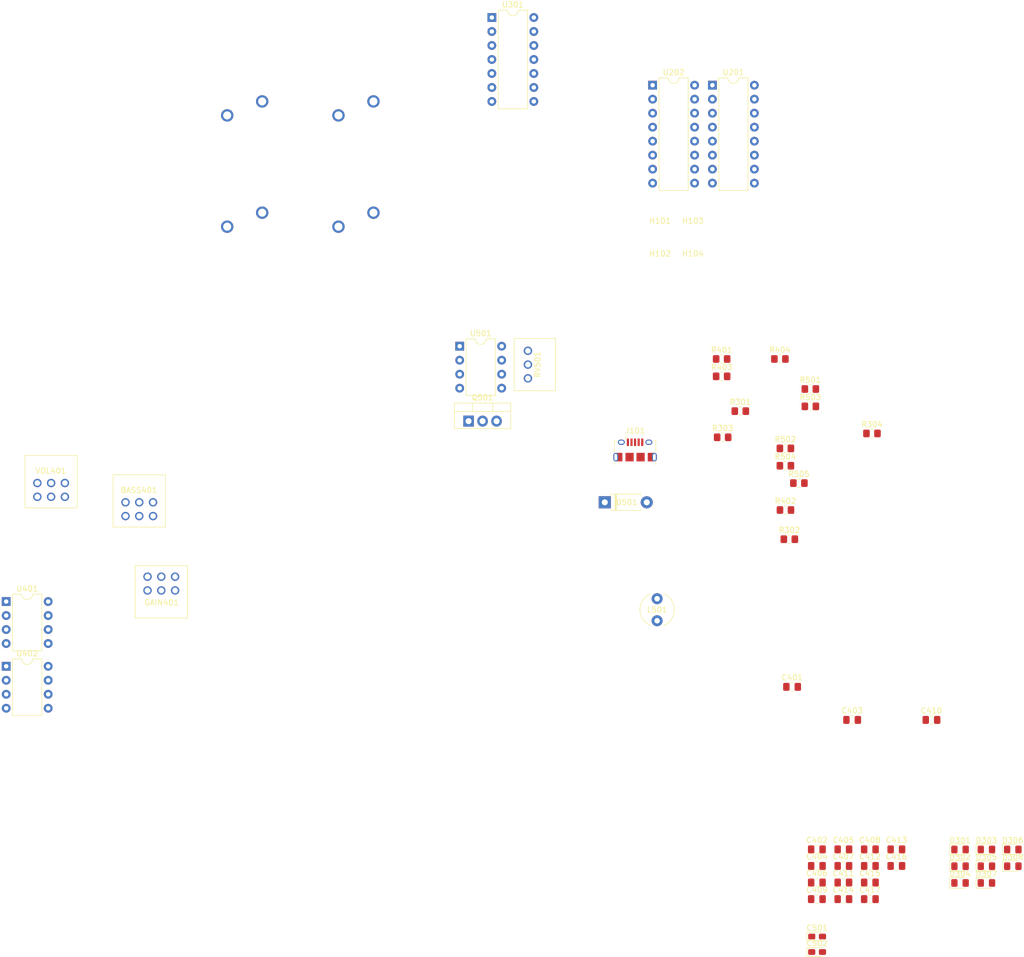
<source format=kicad_pcb>
(kicad_pcb (version 20171130) (host pcbnew "(5.1.10-1-10_14)")

  (general
    (thickness 1.6)
    (drawings 0)
    (tracks 0)
    (zones 0)
    (modules 62)
    (nets 78)
  )

  (page A4)
  (layers
    (0 F.Cu signal)
    (31 B.Cu signal)
    (32 B.Adhes user)
    (33 F.Adhes user)
    (34 B.Paste user)
    (35 F.Paste user)
    (36 B.SilkS user)
    (37 F.SilkS user)
    (38 B.Mask user)
    (39 F.Mask user)
    (40 Dwgs.User user)
    (41 Cmts.User user)
    (42 Eco1.User user)
    (43 Eco2.User user)
    (44 Edge.Cuts user)
    (45 Margin user)
    (46 B.CrtYd user hide)
    (47 F.CrtYd user)
    (48 B.Fab user)
    (49 F.Fab user hide)
  )

  (setup
    (last_trace_width 0.25)
    (user_trace_width 0.4)
    (user_trace_width 0.5)
    (user_trace_width 0.8)
    (user_trace_width 1)
    (trace_clearance 0.2)
    (zone_clearance 0.508)
    (zone_45_only no)
    (trace_min 0.2)
    (via_size 0.8)
    (via_drill 0.4)
    (via_min_size 0.4)
    (via_min_drill 0.3)
    (uvia_size 0.3)
    (uvia_drill 0.1)
    (uvias_allowed no)
    (uvia_min_size 0.2)
    (uvia_min_drill 0.1)
    (edge_width 0.05)
    (segment_width 0.2)
    (pcb_text_width 0.3)
    (pcb_text_size 1.5 1.5)
    (mod_edge_width 0.12)
    (mod_text_size 1 1)
    (mod_text_width 0.15)
    (pad_size 1.4 1.4)
    (pad_drill 0.7)
    (pad_to_mask_clearance 0)
    (aux_axis_origin 0 0)
    (visible_elements FFFFFF7F)
    (pcbplotparams
      (layerselection 0x010fc_ffffffff)
      (usegerberextensions false)
      (usegerberattributes true)
      (usegerberadvancedattributes true)
      (creategerberjobfile true)
      (excludeedgelayer true)
      (linewidth 0.100000)
      (plotframeref false)
      (viasonmask false)
      (mode 1)
      (useauxorigin false)
      (hpglpennumber 1)
      (hpglpenspeed 20)
      (hpglpendiameter 15.000000)
      (psnegative false)
      (psa4output false)
      (plotreference true)
      (plotvalue true)
      (plotinvisibletext false)
      (padsonsilk false)
      (subtractmaskfromsilk false)
      (outputformat 1)
      (mirror false)
      (drillshape 1)
      (scaleselection 1)
      (outputdirectory ""))
  )

  (net 0 "")
  (net 1 "Net-(BASS401-Pad6)")
  (net 2 "Net-(BASS401-Pad5)")
  (net 3 "Net-(BASS401-Pad4)")
  (net 4 "Net-(BASS401-Pad3)")
  (net 5 "Net-(BASS401-Pad2)")
  (net 6 "Net-(BASS401-Pad1)")
  (net 7 "Net-(C414-Pad1)")
  (net 8 "Net-(GAIN401-Pad4)")
  (net 9 "Net-(C405-Pad1)")
  (net 10 "Net-(GAIN401-Pad1)")
  (net 11 "Net-(H101-Pad1)")
  (net 12 "Net-(H102-Pad1)")
  (net 13 "Net-(H103-Pad1)")
  (net 14 "Net-(H104-Pad1)")
  (net 15 "Net-(D305-Pad2)")
  (net 16 +5V)
  (net 17 "Net-(D307-Pad2)")
  (net 18 "Net-(D301-Pad2)")
  (net 19 "Net-(D303-Pad2)")
  (net 20 GND)
  (net 21 "Net-(D501-Pad2)")
  (net 22 "Net-(Q501-Pad1)")
  (net 23 /Select/a)
  (net 24 /Select/b)
  (net 25 /Select/c)
  (net 26 /Select/d)
  (net 27 "Net-(C406-Pad1)")
  (net 28 "Net-(R401-Pad1)")
  (net 29 "Net-(C408-Pad2)")
  (net 30 "Net-(C415-Pad1)")
  (net 31 "Net-(R403-Pad1)")
  (net 32 "Net-(C417-Pad2)")
  (net 33 "Net-(R501-Pad1)")
  (net 34 "Net-(R503-Pad2)")
  (net 35 +9V)
  (net 36 /Power/feedback)
  (net 37 "Net-(RV501-Pad2)")
  (net 38 Select_B)
  (net 39 Input_Left)
  (net 40 "Net-(IN_204-PadT)")
  (net 41 "Net-(IN_203-PadT)")
  (net 42 "Net-(IN_201-PadR1)")
  (net 43 "Net-(IN_202-PadT)")
  (net 44 "Net-(IN_202-PadR1)")
  (net 45 "Net-(IN_201-PadT)")
  (net 46 "Net-(IN_203-PadR1)")
  (net 47 "Net-(U201-Pad3)")
  (net 48 "Net-(IN_204-PadR1)")
  (net 49 Input_Right)
  (net 50 Select_A)
  (net 51 GNDS)
  (net 52 "Net-(IN_204-PadR2)")
  (net 53 "Net-(IN_203-PadR2)")
  (net 54 "Net-(IN_201-PadS)")
  (net 55 "Net-(IN_202-PadR2)")
  (net 56 "Net-(IN_202-PadS)")
  (net 57 "Net-(IN_201-PadR2)")
  (net 58 "Net-(IN_203-PadS)")
  (net 59 "Net-(U202-Pad3)")
  (net 60 "Net-(IN_204-PadS)")
  (net 61 /Switch/mic)
  (net 62 "Net-(U301-Pad13)")
  (net 63 "Net-(U301-Pad3)")
  (net 64 "Net-(C405-Pad2)")
  (net 65 "Net-(U401-Pad3)")
  (net 66 "Net-(C407-Pad2)")
  (net 67 "Net-(C414-Pad2)")
  (net 68 "Net-(U402-Pad3)")
  (net 69 "Net-(C416-Pad2)")
  (net 70 "Net-(U501-Pad7)")
  (net 71 "Net-(U501-Pad5)")
  (net 72 "Net-(U501-Pad1)")
  (net 73 "Net-(J101-Pad6)")
  (net 74 "Net-(J101-Pad4)")
  (net 75 "Net-(J101-Pad3)")
  (net 76 "Net-(J101-Pad2)")
  (net 77 Out_Right)

  (net_class Default "This is the default net class."
    (clearance 0.2)
    (trace_width 0.25)
    (via_dia 0.8)
    (via_drill 0.4)
    (uvia_dia 0.3)
    (uvia_drill 0.1)
    (add_net +5V)
    (add_net +9V)
    (add_net /Power/feedback)
    (add_net /Select/a)
    (add_net /Select/b)
    (add_net /Select/c)
    (add_net /Select/d)
    (add_net /Switch/mic)
    (add_net GND)
    (add_net GNDS)
    (add_net Input_Left)
    (add_net Input_Right)
    (add_net "Net-(BASS401-Pad1)")
    (add_net "Net-(BASS401-Pad2)")
    (add_net "Net-(BASS401-Pad3)")
    (add_net "Net-(BASS401-Pad4)")
    (add_net "Net-(BASS401-Pad5)")
    (add_net "Net-(BASS401-Pad6)")
    (add_net "Net-(C405-Pad1)")
    (add_net "Net-(C405-Pad2)")
    (add_net "Net-(C406-Pad1)")
    (add_net "Net-(C407-Pad2)")
    (add_net "Net-(C408-Pad2)")
    (add_net "Net-(C414-Pad1)")
    (add_net "Net-(C414-Pad2)")
    (add_net "Net-(C415-Pad1)")
    (add_net "Net-(C416-Pad2)")
    (add_net "Net-(C417-Pad2)")
    (add_net "Net-(D301-Pad2)")
    (add_net "Net-(D303-Pad2)")
    (add_net "Net-(D305-Pad2)")
    (add_net "Net-(D307-Pad2)")
    (add_net "Net-(D501-Pad2)")
    (add_net "Net-(GAIN401-Pad1)")
    (add_net "Net-(GAIN401-Pad4)")
    (add_net "Net-(H101-Pad1)")
    (add_net "Net-(H102-Pad1)")
    (add_net "Net-(H103-Pad1)")
    (add_net "Net-(H104-Pad1)")
    (add_net "Net-(IN_201-PadR1)")
    (add_net "Net-(IN_201-PadR2)")
    (add_net "Net-(IN_201-PadS)")
    (add_net "Net-(IN_201-PadT)")
    (add_net "Net-(IN_202-PadR1)")
    (add_net "Net-(IN_202-PadR2)")
    (add_net "Net-(IN_202-PadS)")
    (add_net "Net-(IN_202-PadT)")
    (add_net "Net-(IN_203-PadR1)")
    (add_net "Net-(IN_203-PadR2)")
    (add_net "Net-(IN_203-PadS)")
    (add_net "Net-(IN_203-PadT)")
    (add_net "Net-(IN_204-PadR1)")
    (add_net "Net-(IN_204-PadR2)")
    (add_net "Net-(IN_204-PadS)")
    (add_net "Net-(IN_204-PadT)")
    (add_net "Net-(J101-Pad2)")
    (add_net "Net-(J101-Pad3)")
    (add_net "Net-(J101-Pad4)")
    (add_net "Net-(J101-Pad6)")
    (add_net "Net-(Q501-Pad1)")
    (add_net "Net-(R401-Pad1)")
    (add_net "Net-(R403-Pad1)")
    (add_net "Net-(R501-Pad1)")
    (add_net "Net-(R503-Pad2)")
    (add_net "Net-(RV501-Pad2)")
    (add_net "Net-(U201-Pad3)")
    (add_net "Net-(U202-Pad3)")
    (add_net "Net-(U301-Pad13)")
    (add_net "Net-(U301-Pad3)")
    (add_net "Net-(U401-Pad3)")
    (add_net "Net-(U402-Pad3)")
    (add_net "Net-(U501-Pad1)")
    (add_net "Net-(U501-Pad5)")
    (add_net "Net-(U501-Pad7)")
    (add_net Out_Right)
    (add_net Select_A)
    (add_net Select_B)
  )

  (module Resistor_SMD:R_0805_2012Metric_Pad1.20x1.40mm_HandSolder (layer F.Cu) (tedit 5F68FEEE) (tstamp 616F5326)
    (at 237.235 124.015)
    (descr "Resistor SMD 0805 (2012 Metric), square (rectangular) end terminal, IPC_7351 nominal with elongated pad for handsoldering. (Body size source: IPC-SM-782 page 72, https://www.pcb-3d.com/wordpress/wp-content/uploads/ipc-sm-782a_amendment_1_and_2.pdf), generated with kicad-footprint-generator")
    (tags "resistor handsolder")
    (path /61767A2C/6178497C)
    (attr smd)
    (fp_text reference R505 (at 0 -1.65) (layer F.SilkS)
      (effects (font (size 1 1) (thickness 0.15)))
    )
    (fp_text value 2kΩ (at 0 1.65) (layer F.Fab)
      (effects (font (size 1 1) (thickness 0.15)))
    )
    (fp_text user %R (at 0 0) (layer F.Fab)
      (effects (font (size 0.5 0.5) (thickness 0.08)))
    )
    (fp_line (start -1 0.625) (end -1 -0.625) (layer F.Fab) (width 0.1))
    (fp_line (start -1 -0.625) (end 1 -0.625) (layer F.Fab) (width 0.1))
    (fp_line (start 1 -0.625) (end 1 0.625) (layer F.Fab) (width 0.1))
    (fp_line (start 1 0.625) (end -1 0.625) (layer F.Fab) (width 0.1))
    (fp_line (start -0.227064 -0.735) (end 0.227064 -0.735) (layer F.SilkS) (width 0.12))
    (fp_line (start -0.227064 0.735) (end 0.227064 0.735) (layer F.SilkS) (width 0.12))
    (fp_line (start -1.85 0.95) (end -1.85 -0.95) (layer F.CrtYd) (width 0.05))
    (fp_line (start -1.85 -0.95) (end 1.85 -0.95) (layer F.CrtYd) (width 0.05))
    (fp_line (start 1.85 -0.95) (end 1.85 0.95) (layer F.CrtYd) (width 0.05))
    (fp_line (start 1.85 0.95) (end -1.85 0.95) (layer F.CrtYd) (width 0.05))
    (pad 2 smd roundrect (at 1 0) (size 1.2 1.4) (layers F.Cu F.Paste F.Mask) (roundrect_rratio 0.208333)
      (net 20 GND))
    (pad 1 smd roundrect (at -1 0) (size 1.2 1.4) (layers F.Cu F.Paste F.Mask) (roundrect_rratio 0.208333)
      (net 36 /Power/feedback))
    (model ${KISYS3DMOD}/Resistor_SMD.3dshapes/R_0805_2012Metric.wrl
      (at (xyz 0 0 0))
      (scale (xyz 1 1 1))
      (rotate (xyz 0 0 0))
    )
  )

  (module Resistor_SMD:R_0805_2012Metric_Pad1.20x1.40mm_HandSolder (layer F.Cu) (tedit 5F68FEEE) (tstamp 616F530F)
    (at 234.785 120.865)
    (descr "Resistor SMD 0805 (2012 Metric), square (rectangular) end terminal, IPC_7351 nominal with elongated pad for handsoldering. (Body size source: IPC-SM-782 page 72, https://www.pcb-3d.com/wordpress/wp-content/uploads/ipc-sm-782a_amendment_1_and_2.pdf), generated with kicad-footprint-generator")
    (tags "resistor handsolder")
    (path /61767A2C/6178476B)
    (attr smd)
    (fp_text reference R504 (at 0 -1.65) (layer F.SilkS)
      (effects (font (size 1 1) (thickness 0.15)))
    )
    (fp_text value 1kΩ (at 0 1.65) (layer F.Fab)
      (effects (font (size 1 1) (thickness 0.15)))
    )
    (fp_text user %R (at 0 0) (layer F.Fab)
      (effects (font (size 0.5 0.5) (thickness 0.08)))
    )
    (fp_line (start -1 0.625) (end -1 -0.625) (layer F.Fab) (width 0.1))
    (fp_line (start -1 -0.625) (end 1 -0.625) (layer F.Fab) (width 0.1))
    (fp_line (start 1 -0.625) (end 1 0.625) (layer F.Fab) (width 0.1))
    (fp_line (start 1 0.625) (end -1 0.625) (layer F.Fab) (width 0.1))
    (fp_line (start -0.227064 -0.735) (end 0.227064 -0.735) (layer F.SilkS) (width 0.12))
    (fp_line (start -0.227064 0.735) (end 0.227064 0.735) (layer F.SilkS) (width 0.12))
    (fp_line (start -1.85 0.95) (end -1.85 -0.95) (layer F.CrtYd) (width 0.05))
    (fp_line (start -1.85 -0.95) (end 1.85 -0.95) (layer F.CrtYd) (width 0.05))
    (fp_line (start 1.85 -0.95) (end 1.85 0.95) (layer F.CrtYd) (width 0.05))
    (fp_line (start 1.85 0.95) (end -1.85 0.95) (layer F.CrtYd) (width 0.05))
    (pad 2 smd roundrect (at 1 0) (size 1.2 1.4) (layers F.Cu F.Paste F.Mask) (roundrect_rratio 0.208333)
      (net 36 /Power/feedback))
    (pad 1 smd roundrect (at -1 0) (size 1.2 1.4) (layers F.Cu F.Paste F.Mask) (roundrect_rratio 0.208333)
      (net 34 "Net-(R503-Pad2)"))
    (model ${KISYS3DMOD}/Resistor_SMD.3dshapes/R_0805_2012Metric.wrl
      (at (xyz 0 0 0))
      (scale (xyz 1 1 1))
      (rotate (xyz 0 0 0))
    )
  )

  (module Resistor_SMD:R_0805_2012Metric_Pad1.20x1.40mm_HandSolder (layer F.Cu) (tedit 5F68FEEE) (tstamp 616F52F8)
    (at 239.315 110.085)
    (descr "Resistor SMD 0805 (2012 Metric), square (rectangular) end terminal, IPC_7351 nominal with elongated pad for handsoldering. (Body size source: IPC-SM-782 page 72, https://www.pcb-3d.com/wordpress/wp-content/uploads/ipc-sm-782a_amendment_1_and_2.pdf), generated with kicad-footprint-generator")
    (tags "resistor handsolder")
    (path /61767A2C/617844FA)
    (attr smd)
    (fp_text reference R503 (at 0 -1.65) (layer F.SilkS)
      (effects (font (size 1 1) (thickness 0.15)))
    )
    (fp_text value 10kΩ (at 0 1.65) (layer F.Fab)
      (effects (font (size 1 1) (thickness 0.15)))
    )
    (fp_text user %R (at 0 0) (layer F.Fab)
      (effects (font (size 0.5 0.5) (thickness 0.08)))
    )
    (fp_line (start -1 0.625) (end -1 -0.625) (layer F.Fab) (width 0.1))
    (fp_line (start -1 -0.625) (end 1 -0.625) (layer F.Fab) (width 0.1))
    (fp_line (start 1 -0.625) (end 1 0.625) (layer F.Fab) (width 0.1))
    (fp_line (start 1 0.625) (end -1 0.625) (layer F.Fab) (width 0.1))
    (fp_line (start -0.227064 -0.735) (end 0.227064 -0.735) (layer F.SilkS) (width 0.12))
    (fp_line (start -0.227064 0.735) (end 0.227064 0.735) (layer F.SilkS) (width 0.12))
    (fp_line (start -1.85 0.95) (end -1.85 -0.95) (layer F.CrtYd) (width 0.05))
    (fp_line (start -1.85 -0.95) (end 1.85 -0.95) (layer F.CrtYd) (width 0.05))
    (fp_line (start 1.85 -0.95) (end 1.85 0.95) (layer F.CrtYd) (width 0.05))
    (fp_line (start 1.85 0.95) (end -1.85 0.95) (layer F.CrtYd) (width 0.05))
    (pad 2 smd roundrect (at 1 0) (size 1.2 1.4) (layers F.Cu F.Paste F.Mask) (roundrect_rratio 0.208333)
      (net 34 "Net-(R503-Pad2)"))
    (pad 1 smd roundrect (at -1 0) (size 1.2 1.4) (layers F.Cu F.Paste F.Mask) (roundrect_rratio 0.208333)
      (net 35 +9V))
    (model ${KISYS3DMOD}/Resistor_SMD.3dshapes/R_0805_2012Metric.wrl
      (at (xyz 0 0 0))
      (scale (xyz 1 1 1))
      (rotate (xyz 0 0 0))
    )
  )

  (module Resistor_SMD:R_0805_2012Metric_Pad1.20x1.40mm_HandSolder (layer F.Cu) (tedit 5F68FEEE) (tstamp 616F52E1)
    (at 234.785 117.715)
    (descr "Resistor SMD 0805 (2012 Metric), square (rectangular) end terminal, IPC_7351 nominal with elongated pad for handsoldering. (Body size source: IPC-SM-782 page 72, https://www.pcb-3d.com/wordpress/wp-content/uploads/ipc-sm-782a_amendment_1_and_2.pdf), generated with kicad-footprint-generator")
    (tags "resistor handsolder")
    (path /61767A2C/61791DDB)
    (attr smd)
    (fp_text reference R502 (at 0 -1.65) (layer F.SilkS)
      (effects (font (size 1 1) (thickness 0.15)))
    )
    (fp_text value 10kΩ (at 0 1.65) (layer F.Fab)
      (effects (font (size 1 1) (thickness 0.15)))
    )
    (fp_text user %R (at 0 0) (layer F.Fab)
      (effects (font (size 0.5 0.5) (thickness 0.08)))
    )
    (fp_line (start -1 0.625) (end -1 -0.625) (layer F.Fab) (width 0.1))
    (fp_line (start -1 -0.625) (end 1 -0.625) (layer F.Fab) (width 0.1))
    (fp_line (start 1 -0.625) (end 1 0.625) (layer F.Fab) (width 0.1))
    (fp_line (start 1 0.625) (end -1 0.625) (layer F.Fab) (width 0.1))
    (fp_line (start -0.227064 -0.735) (end 0.227064 -0.735) (layer F.SilkS) (width 0.12))
    (fp_line (start -0.227064 0.735) (end 0.227064 0.735) (layer F.SilkS) (width 0.12))
    (fp_line (start -1.85 0.95) (end -1.85 -0.95) (layer F.CrtYd) (width 0.05))
    (fp_line (start -1.85 -0.95) (end 1.85 -0.95) (layer F.CrtYd) (width 0.05))
    (fp_line (start 1.85 -0.95) (end 1.85 0.95) (layer F.CrtYd) (width 0.05))
    (fp_line (start 1.85 0.95) (end -1.85 0.95) (layer F.CrtYd) (width 0.05))
    (pad 2 smd roundrect (at 1 0) (size 1.2 1.4) (layers F.Cu F.Paste F.Mask) (roundrect_rratio 0.208333)
      (net 22 "Net-(Q501-Pad1)"))
    (pad 1 smd roundrect (at -1 0) (size 1.2 1.4) (layers F.Cu F.Paste F.Mask) (roundrect_rratio 0.208333)
      (net 20 GND))
    (model ${KISYS3DMOD}/Resistor_SMD.3dshapes/R_0805_2012Metric.wrl
      (at (xyz 0 0 0))
      (scale (xyz 1 1 1))
      (rotate (xyz 0 0 0))
    )
  )

  (module Resistor_SMD:R_0805_2012Metric_Pad1.20x1.40mm_HandSolder (layer F.Cu) (tedit 5F68FEEE) (tstamp 616F52CA)
    (at 239.315 106.935)
    (descr "Resistor SMD 0805 (2012 Metric), square (rectangular) end terminal, IPC_7351 nominal with elongated pad for handsoldering. (Body size source: IPC-SM-782 page 72, https://www.pcb-3d.com/wordpress/wp-content/uploads/ipc-sm-782a_amendment_1_and_2.pdf), generated with kicad-footprint-generator")
    (tags "resistor handsolder")
    (path /61767A2C/61782663)
    (attr smd)
    (fp_text reference R501 (at 0 -1.65) (layer F.SilkS)
      (effects (font (size 1 1) (thickness 0.15)))
    )
    (fp_text value 100Ω (at 0 1.65) (layer F.Fab)
      (effects (font (size 1 1) (thickness 0.15)))
    )
    (fp_text user %R (at 0 0) (layer F.Fab)
      (effects (font (size 0.5 0.5) (thickness 0.08)))
    )
    (fp_line (start -1 0.625) (end -1 -0.625) (layer F.Fab) (width 0.1))
    (fp_line (start -1 -0.625) (end 1 -0.625) (layer F.Fab) (width 0.1))
    (fp_line (start 1 -0.625) (end 1 0.625) (layer F.Fab) (width 0.1))
    (fp_line (start 1 0.625) (end -1 0.625) (layer F.Fab) (width 0.1))
    (fp_line (start -0.227064 -0.735) (end 0.227064 -0.735) (layer F.SilkS) (width 0.12))
    (fp_line (start -0.227064 0.735) (end 0.227064 0.735) (layer F.SilkS) (width 0.12))
    (fp_line (start -1.85 0.95) (end -1.85 -0.95) (layer F.CrtYd) (width 0.05))
    (fp_line (start -1.85 -0.95) (end 1.85 -0.95) (layer F.CrtYd) (width 0.05))
    (fp_line (start 1.85 -0.95) (end 1.85 0.95) (layer F.CrtYd) (width 0.05))
    (fp_line (start 1.85 0.95) (end -1.85 0.95) (layer F.CrtYd) (width 0.05))
    (pad 2 smd roundrect (at 1 0) (size 1.2 1.4) (layers F.Cu F.Paste F.Mask) (roundrect_rratio 0.208333)
      (net 22 "Net-(Q501-Pad1)"))
    (pad 1 smd roundrect (at -1 0) (size 1.2 1.4) (layers F.Cu F.Paste F.Mask) (roundrect_rratio 0.208333)
      (net 33 "Net-(R501-Pad1)"))
    (model ${KISYS3DMOD}/Resistor_SMD.3dshapes/R_0805_2012Metric.wrl
      (at (xyz 0 0 0))
      (scale (xyz 1 1 1))
      (rotate (xyz 0 0 0))
    )
  )

  (module Resistor_SMD:R_0805_2012Metric_Pad1.20x1.40mm_HandSolder (layer F.Cu) (tedit 5F68FEEE) (tstamp 616F52B3)
    (at 233.785 101.485)
    (descr "Resistor SMD 0805 (2012 Metric), square (rectangular) end terminal, IPC_7351 nominal with elongated pad for handsoldering. (Body size source: IPC-SM-782 page 72, https://www.pcb-3d.com/wordpress/wp-content/uploads/ipc-sm-782a_amendment_1_and_2.pdf), generated with kicad-footprint-generator")
    (tags "resistor handsolder")
    (path /61747BCB/61764281)
    (attr smd)
    (fp_text reference R404 (at 0 -1.65) (layer F.SilkS)
      (effects (font (size 1 1) (thickness 0.15)))
    )
    (fp_text value 10Ω (at 0 1.65) (layer F.Fab)
      (effects (font (size 1 1) (thickness 0.15)))
    )
    (fp_text user %R (at 0 0) (layer F.Fab)
      (effects (font (size 0.5 0.5) (thickness 0.08)))
    )
    (fp_line (start -1 0.625) (end -1 -0.625) (layer F.Fab) (width 0.1))
    (fp_line (start -1 -0.625) (end 1 -0.625) (layer F.Fab) (width 0.1))
    (fp_line (start 1 -0.625) (end 1 0.625) (layer F.Fab) (width 0.1))
    (fp_line (start 1 0.625) (end -1 0.625) (layer F.Fab) (width 0.1))
    (fp_line (start -0.227064 -0.735) (end 0.227064 -0.735) (layer F.SilkS) (width 0.12))
    (fp_line (start -0.227064 0.735) (end 0.227064 0.735) (layer F.SilkS) (width 0.12))
    (fp_line (start -1.85 0.95) (end -1.85 -0.95) (layer F.CrtYd) (width 0.05))
    (fp_line (start -1.85 -0.95) (end 1.85 -0.95) (layer F.CrtYd) (width 0.05))
    (fp_line (start 1.85 -0.95) (end 1.85 0.95) (layer F.CrtYd) (width 0.05))
    (fp_line (start 1.85 0.95) (end -1.85 0.95) (layer F.CrtYd) (width 0.05))
    (pad 2 smd roundrect (at 1 0) (size 1.2 1.4) (layers F.Cu F.Paste F.Mask) (roundrect_rratio 0.208333)
      (net 20 GND))
    (pad 1 smd roundrect (at -1 0) (size 1.2 1.4) (layers F.Cu F.Paste F.Mask) (roundrect_rratio 0.208333)
      (net 32 "Net-(C417-Pad2)"))
    (model ${KISYS3DMOD}/Resistor_SMD.3dshapes/R_0805_2012Metric.wrl
      (at (xyz 0 0 0))
      (scale (xyz 1 1 1))
      (rotate (xyz 0 0 0))
    )
  )

  (module Resistor_SMD:R_0805_2012Metric_Pad1.20x1.40mm_HandSolder (layer F.Cu) (tedit 5F68FEEE) (tstamp 616F529C)
    (at 223.215 104.635)
    (descr "Resistor SMD 0805 (2012 Metric), square (rectangular) end terminal, IPC_7351 nominal with elongated pad for handsoldering. (Body size source: IPC-SM-782 page 72, https://www.pcb-3d.com/wordpress/wp-content/uploads/ipc-sm-782a_amendment_1_and_2.pdf), generated with kicad-footprint-generator")
    (tags "resistor handsolder")
    (path /61747BCB/61764232)
    (attr smd)
    (fp_text reference R403 (at 0 -1.65) (layer F.SilkS)
      (effects (font (size 1 1) (thickness 0.15)))
    )
    (fp_text value 10kΩ (at 0 1.65) (layer F.Fab)
      (effects (font (size 1 1) (thickness 0.15)))
    )
    (fp_text user %R (at 0 0) (layer F.Fab)
      (effects (font (size 0.5 0.5) (thickness 0.08)))
    )
    (fp_line (start -1 0.625) (end -1 -0.625) (layer F.Fab) (width 0.1))
    (fp_line (start -1 -0.625) (end 1 -0.625) (layer F.Fab) (width 0.1))
    (fp_line (start 1 -0.625) (end 1 0.625) (layer F.Fab) (width 0.1))
    (fp_line (start 1 0.625) (end -1 0.625) (layer F.Fab) (width 0.1))
    (fp_line (start -0.227064 -0.735) (end 0.227064 -0.735) (layer F.SilkS) (width 0.12))
    (fp_line (start -0.227064 0.735) (end 0.227064 0.735) (layer F.SilkS) (width 0.12))
    (fp_line (start -1.85 0.95) (end -1.85 -0.95) (layer F.CrtYd) (width 0.05))
    (fp_line (start -1.85 -0.95) (end 1.85 -0.95) (layer F.CrtYd) (width 0.05))
    (fp_line (start 1.85 -0.95) (end 1.85 0.95) (layer F.CrtYd) (width 0.05))
    (fp_line (start 1.85 0.95) (end -1.85 0.95) (layer F.CrtYd) (width 0.05))
    (pad 2 smd roundrect (at 1 0) (size 1.2 1.4) (layers F.Cu F.Paste F.Mask) (roundrect_rratio 0.208333)
      (net 30 "Net-(C415-Pad1)"))
    (pad 1 smd roundrect (at -1 0) (size 1.2 1.4) (layers F.Cu F.Paste F.Mask) (roundrect_rratio 0.208333)
      (net 31 "Net-(R403-Pad1)"))
    (model ${KISYS3DMOD}/Resistor_SMD.3dshapes/R_0805_2012Metric.wrl
      (at (xyz 0 0 0))
      (scale (xyz 1 1 1))
      (rotate (xyz 0 0 0))
    )
  )

  (module Resistor_SMD:R_0805_2012Metric_Pad1.20x1.40mm_HandSolder (layer F.Cu) (tedit 5F68FEEE) (tstamp 61704BD6)
    (at 234.8 128.9)
    (descr "Resistor SMD 0805 (2012 Metric), square (rectangular) end terminal, IPC_7351 nominal with elongated pad for handsoldering. (Body size source: IPC-SM-782 page 72, https://www.pcb-3d.com/wordpress/wp-content/uploads/ipc-sm-782a_amendment_1_and_2.pdf), generated with kicad-footprint-generator")
    (tags "resistor handsolder")
    (path /61747BCB/61764328)
    (attr smd)
    (fp_text reference R402 (at 0 -1.65) (layer F.SilkS)
      (effects (font (size 1 1) (thickness 0.15)))
    )
    (fp_text value 10Ω (at 0 1.65) (layer F.Fab)
      (effects (font (size 1 1) (thickness 0.15)))
    )
    (fp_text user %R (at 0 0) (layer F.Fab)
      (effects (font (size 0.5 0.5) (thickness 0.08)))
    )
    (fp_line (start -1 0.625) (end -1 -0.625) (layer F.Fab) (width 0.1))
    (fp_line (start -1 -0.625) (end 1 -0.625) (layer F.Fab) (width 0.1))
    (fp_line (start 1 -0.625) (end 1 0.625) (layer F.Fab) (width 0.1))
    (fp_line (start 1 0.625) (end -1 0.625) (layer F.Fab) (width 0.1))
    (fp_line (start -0.227064 -0.735) (end 0.227064 -0.735) (layer F.SilkS) (width 0.12))
    (fp_line (start -0.227064 0.735) (end 0.227064 0.735) (layer F.SilkS) (width 0.12))
    (fp_line (start -1.85 0.95) (end -1.85 -0.95) (layer F.CrtYd) (width 0.05))
    (fp_line (start -1.85 -0.95) (end 1.85 -0.95) (layer F.CrtYd) (width 0.05))
    (fp_line (start 1.85 -0.95) (end 1.85 0.95) (layer F.CrtYd) (width 0.05))
    (fp_line (start 1.85 0.95) (end -1.85 0.95) (layer F.CrtYd) (width 0.05))
    (pad 2 smd roundrect (at 1 0) (size 1.2 1.4) (layers F.Cu F.Paste F.Mask) (roundrect_rratio 0.208333)
      (net 20 GND))
    (pad 1 smd roundrect (at -1 0) (size 1.2 1.4) (layers F.Cu F.Paste F.Mask) (roundrect_rratio 0.208333)
      (net 29 "Net-(C408-Pad2)"))
    (model ${KISYS3DMOD}/Resistor_SMD.3dshapes/R_0805_2012Metric.wrl
      (at (xyz 0 0 0))
      (scale (xyz 1 1 1))
      (rotate (xyz 0 0 0))
    )
  )

  (module Resistor_SMD:R_0805_2012Metric_Pad1.20x1.40mm_HandSolder (layer F.Cu) (tedit 5F68FEEE) (tstamp 616F526E)
    (at 223.215 101.485)
    (descr "Resistor SMD 0805 (2012 Metric), square (rectangular) end terminal, IPC_7351 nominal with elongated pad for handsoldering. (Body size source: IPC-SM-782 page 72, https://www.pcb-3d.com/wordpress/wp-content/uploads/ipc-sm-782a_amendment_1_and_2.pdf), generated with kicad-footprint-generator")
    (tags "resistor handsolder")
    (path /61747BCB/617642DB)
    (attr smd)
    (fp_text reference R401 (at 0 -1.65) (layer F.SilkS)
      (effects (font (size 1 1) (thickness 0.15)))
    )
    (fp_text value 10kΩ (at 0 1.65) (layer F.Fab)
      (effects (font (size 1 1) (thickness 0.15)))
    )
    (fp_text user %R (at 0 0) (layer F.Fab)
      (effects (font (size 0.5 0.5) (thickness 0.08)))
    )
    (fp_line (start -1 0.625) (end -1 -0.625) (layer F.Fab) (width 0.1))
    (fp_line (start -1 -0.625) (end 1 -0.625) (layer F.Fab) (width 0.1))
    (fp_line (start 1 -0.625) (end 1 0.625) (layer F.Fab) (width 0.1))
    (fp_line (start 1 0.625) (end -1 0.625) (layer F.Fab) (width 0.1))
    (fp_line (start -0.227064 -0.735) (end 0.227064 -0.735) (layer F.SilkS) (width 0.12))
    (fp_line (start -0.227064 0.735) (end 0.227064 0.735) (layer F.SilkS) (width 0.12))
    (fp_line (start -1.85 0.95) (end -1.85 -0.95) (layer F.CrtYd) (width 0.05))
    (fp_line (start -1.85 -0.95) (end 1.85 -0.95) (layer F.CrtYd) (width 0.05))
    (fp_line (start 1.85 -0.95) (end 1.85 0.95) (layer F.CrtYd) (width 0.05))
    (fp_line (start 1.85 0.95) (end -1.85 0.95) (layer F.CrtYd) (width 0.05))
    (pad 2 smd roundrect (at 1 0) (size 1.2 1.4) (layers F.Cu F.Paste F.Mask) (roundrect_rratio 0.208333)
      (net 27 "Net-(C406-Pad1)"))
    (pad 1 smd roundrect (at -1 0) (size 1.2 1.4) (layers F.Cu F.Paste F.Mask) (roundrect_rratio 0.208333)
      (net 28 "Net-(R401-Pad1)"))
    (model ${KISYS3DMOD}/Resistor_SMD.3dshapes/R_0805_2012Metric.wrl
      (at (xyz 0 0 0))
      (scale (xyz 1 1 1))
      (rotate (xyz 0 0 0))
    )
  )

  (module Resistor_SMD:R_0805_2012Metric_Pad1.20x1.40mm_HandSolder (layer F.Cu) (tedit 5F68FEEE) (tstamp 616F5257)
    (at 250.5 115)
    (descr "Resistor SMD 0805 (2012 Metric), square (rectangular) end terminal, IPC_7351 nominal with elongated pad for handsoldering. (Body size source: IPC-SM-782 page 72, https://www.pcb-3d.com/wordpress/wp-content/uploads/ipc-sm-782a_amendment_1_and_2.pdf), generated with kicad-footprint-generator")
    (tags "resistor handsolder")
    (path /616F192E/6173A455)
    (attr smd)
    (fp_text reference R304 (at 0 -1.65) (layer F.SilkS)
      (effects (font (size 1 1) (thickness 0.15)))
    )
    (fp_text value 10kΩ (at 0 1.65) (layer F.Fab)
      (effects (font (size 1 1) (thickness 0.15)))
    )
    (fp_text user %R (at 0 0) (layer F.Fab)
      (effects (font (size 0.5 0.5) (thickness 0.08)))
    )
    (fp_line (start -1 0.625) (end -1 -0.625) (layer F.Fab) (width 0.1))
    (fp_line (start -1 -0.625) (end 1 -0.625) (layer F.Fab) (width 0.1))
    (fp_line (start 1 -0.625) (end 1 0.625) (layer F.Fab) (width 0.1))
    (fp_line (start 1 0.625) (end -1 0.625) (layer F.Fab) (width 0.1))
    (fp_line (start -0.227064 -0.735) (end 0.227064 -0.735) (layer F.SilkS) (width 0.12))
    (fp_line (start -0.227064 0.735) (end 0.227064 0.735) (layer F.SilkS) (width 0.12))
    (fp_line (start -1.85 0.95) (end -1.85 -0.95) (layer F.CrtYd) (width 0.05))
    (fp_line (start -1.85 -0.95) (end 1.85 -0.95) (layer F.CrtYd) (width 0.05))
    (fp_line (start 1.85 -0.95) (end 1.85 0.95) (layer F.CrtYd) (width 0.05))
    (fp_line (start 1.85 0.95) (end -1.85 0.95) (layer F.CrtYd) (width 0.05))
    (pad 2 smd roundrect (at 1 0) (size 1.2 1.4) (layers F.Cu F.Paste F.Mask) (roundrect_rratio 0.208333)
      (net 20 GND))
    (pad 1 smd roundrect (at -1 0) (size 1.2 1.4) (layers F.Cu F.Paste F.Mask) (roundrect_rratio 0.208333)
      (net 26 /Select/d))
    (model ${KISYS3DMOD}/Resistor_SMD.3dshapes/R_0805_2012Metric.wrl
      (at (xyz 0 0 0))
      (scale (xyz 1 1 1))
      (rotate (xyz 0 0 0))
    )
  )

  (module Resistor_SMD:R_0805_2012Metric_Pad1.20x1.40mm_HandSolder (layer F.Cu) (tedit 5F68FEEE) (tstamp 616F5240)
    (at 223.4 115.7)
    (descr "Resistor SMD 0805 (2012 Metric), square (rectangular) end terminal, IPC_7351 nominal with elongated pad for handsoldering. (Body size source: IPC-SM-782 page 72, https://www.pcb-3d.com/wordpress/wp-content/uploads/ipc-sm-782a_amendment_1_and_2.pdf), generated with kicad-footprint-generator")
    (tags "resistor handsolder")
    (path /616F192E/6173A467)
    (attr smd)
    (fp_text reference R303 (at 0 -1.65) (layer F.SilkS)
      (effects (font (size 1 1) (thickness 0.15)))
    )
    (fp_text value 10kΩ (at 0 1.65) (layer F.Fab)
      (effects (font (size 1 1) (thickness 0.15)))
    )
    (fp_text user %R (at 0 0) (layer F.Fab)
      (effects (font (size 0.5 0.5) (thickness 0.08)))
    )
    (fp_line (start -1 0.625) (end -1 -0.625) (layer F.Fab) (width 0.1))
    (fp_line (start -1 -0.625) (end 1 -0.625) (layer F.Fab) (width 0.1))
    (fp_line (start 1 -0.625) (end 1 0.625) (layer F.Fab) (width 0.1))
    (fp_line (start 1 0.625) (end -1 0.625) (layer F.Fab) (width 0.1))
    (fp_line (start -0.227064 -0.735) (end 0.227064 -0.735) (layer F.SilkS) (width 0.12))
    (fp_line (start -0.227064 0.735) (end 0.227064 0.735) (layer F.SilkS) (width 0.12))
    (fp_line (start -1.85 0.95) (end -1.85 -0.95) (layer F.CrtYd) (width 0.05))
    (fp_line (start -1.85 -0.95) (end 1.85 -0.95) (layer F.CrtYd) (width 0.05))
    (fp_line (start 1.85 -0.95) (end 1.85 0.95) (layer F.CrtYd) (width 0.05))
    (fp_line (start 1.85 0.95) (end -1.85 0.95) (layer F.CrtYd) (width 0.05))
    (pad 2 smd roundrect (at 1 0) (size 1.2 1.4) (layers F.Cu F.Paste F.Mask) (roundrect_rratio 0.208333)
      (net 20 GND))
    (pad 1 smd roundrect (at -1 0) (size 1.2 1.4) (layers F.Cu F.Paste F.Mask) (roundrect_rratio 0.208333)
      (net 25 /Select/c))
    (model ${KISYS3DMOD}/Resistor_SMD.3dshapes/R_0805_2012Metric.wrl
      (at (xyz 0 0 0))
      (scale (xyz 1 1 1))
      (rotate (xyz 0 0 0))
    )
  )

  (module Resistor_SMD:R_0805_2012Metric_Pad1.20x1.40mm_HandSolder (layer F.Cu) (tedit 5F68FEEE) (tstamp 616F5229)
    (at 235.5 134.2)
    (descr "Resistor SMD 0805 (2012 Metric), square (rectangular) end terminal, IPC_7351 nominal with elongated pad for handsoldering. (Body size source: IPC-SM-782 page 72, https://www.pcb-3d.com/wordpress/wp-content/uploads/ipc-sm-782a_amendment_1_and_2.pdf), generated with kicad-footprint-generator")
    (tags "resistor handsolder")
    (path /616F192E/6173A45B)
    (attr smd)
    (fp_text reference R302 (at 0 -1.65) (layer F.SilkS)
      (effects (font (size 1 1) (thickness 0.15)))
    )
    (fp_text value 10kΩ (at 0 1.65) (layer F.Fab)
      (effects (font (size 1 1) (thickness 0.15)))
    )
    (fp_text user %R (at 0 0) (layer F.Fab)
      (effects (font (size 0.5 0.5) (thickness 0.08)))
    )
    (fp_line (start -1 0.625) (end -1 -0.625) (layer F.Fab) (width 0.1))
    (fp_line (start -1 -0.625) (end 1 -0.625) (layer F.Fab) (width 0.1))
    (fp_line (start 1 -0.625) (end 1 0.625) (layer F.Fab) (width 0.1))
    (fp_line (start 1 0.625) (end -1 0.625) (layer F.Fab) (width 0.1))
    (fp_line (start -0.227064 -0.735) (end 0.227064 -0.735) (layer F.SilkS) (width 0.12))
    (fp_line (start -0.227064 0.735) (end 0.227064 0.735) (layer F.SilkS) (width 0.12))
    (fp_line (start -1.85 0.95) (end -1.85 -0.95) (layer F.CrtYd) (width 0.05))
    (fp_line (start -1.85 -0.95) (end 1.85 -0.95) (layer F.CrtYd) (width 0.05))
    (fp_line (start 1.85 -0.95) (end 1.85 0.95) (layer F.CrtYd) (width 0.05))
    (fp_line (start 1.85 0.95) (end -1.85 0.95) (layer F.CrtYd) (width 0.05))
    (pad 2 smd roundrect (at 1 0) (size 1.2 1.4) (layers F.Cu F.Paste F.Mask) (roundrect_rratio 0.208333)
      (net 20 GND))
    (pad 1 smd roundrect (at -1 0) (size 1.2 1.4) (layers F.Cu F.Paste F.Mask) (roundrect_rratio 0.208333)
      (net 24 /Select/b))
    (model ${KISYS3DMOD}/Resistor_SMD.3dshapes/R_0805_2012Metric.wrl
      (at (xyz 0 0 0))
      (scale (xyz 1 1 1))
      (rotate (xyz 0 0 0))
    )
  )

  (module Resistor_SMD:R_0805_2012Metric_Pad1.20x1.40mm_HandSolder (layer F.Cu) (tedit 5F68FEEE) (tstamp 616F5212)
    (at 226.6 110.95)
    (descr "Resistor SMD 0805 (2012 Metric), square (rectangular) end terminal, IPC_7351 nominal with elongated pad for handsoldering. (Body size source: IPC-SM-782 page 72, https://www.pcb-3d.com/wordpress/wp-content/uploads/ipc-sm-782a_amendment_1_and_2.pdf), generated with kicad-footprint-generator")
    (tags "resistor handsolder")
    (path /616F192E/6173A461)
    (attr smd)
    (fp_text reference R301 (at 0 -1.65) (layer F.SilkS)
      (effects (font (size 1 1) (thickness 0.15)))
    )
    (fp_text value 10kΩ (at 0 1.65) (layer F.Fab)
      (effects (font (size 1 1) (thickness 0.15)))
    )
    (fp_text user %R (at 0 0) (layer F.Fab)
      (effects (font (size 0.5 0.5) (thickness 0.08)))
    )
    (fp_line (start -1 0.625) (end -1 -0.625) (layer F.Fab) (width 0.1))
    (fp_line (start -1 -0.625) (end 1 -0.625) (layer F.Fab) (width 0.1))
    (fp_line (start 1 -0.625) (end 1 0.625) (layer F.Fab) (width 0.1))
    (fp_line (start 1 0.625) (end -1 0.625) (layer F.Fab) (width 0.1))
    (fp_line (start -0.227064 -0.735) (end 0.227064 -0.735) (layer F.SilkS) (width 0.12))
    (fp_line (start -0.227064 0.735) (end 0.227064 0.735) (layer F.SilkS) (width 0.12))
    (fp_line (start -1.85 0.95) (end -1.85 -0.95) (layer F.CrtYd) (width 0.05))
    (fp_line (start -1.85 -0.95) (end 1.85 -0.95) (layer F.CrtYd) (width 0.05))
    (fp_line (start 1.85 -0.95) (end 1.85 0.95) (layer F.CrtYd) (width 0.05))
    (fp_line (start 1.85 0.95) (end -1.85 0.95) (layer F.CrtYd) (width 0.05))
    (pad 2 smd roundrect (at 1 0) (size 1.2 1.4) (layers F.Cu F.Paste F.Mask) (roundrect_rratio 0.208333)
      (net 20 GND))
    (pad 1 smd roundrect (at -1 0) (size 1.2 1.4) (layers F.Cu F.Paste F.Mask) (roundrect_rratio 0.208333)
      (net 23 /Select/a))
    (model ${KISYS3DMOD}/Resistor_SMD.3dshapes/R_0805_2012Metric.wrl
      (at (xyz 0 0 0))
      (scale (xyz 1 1 1))
      (rotate (xyz 0 0 0))
    )
  )

  (module Diode_SMD:D_0805_2012Metric_Pad1.15x1.40mm_HandSolder (layer F.Cu) (tedit 5F68FEF0) (tstamp 6170B1C3)
    (at 276.065 193.555)
    (descr "Diode SMD 0805 (2012 Metric), square (rectangular) end terminal, IPC_7351 nominal, (Body size source: https://docs.google.com/spreadsheets/d/1BsfQQcO9C6DZCsRaXUlFlo91Tg2WpOkGARC1WS5S8t0/edit?usp=sharing), generated with kicad-footprint-generator")
    (tags "diode handsolder")
    (path /616F192E/6173A3F4)
    (attr smd)
    (fp_text reference D308 (at 0 -1.65) (layer F.SilkS)
      (effects (font (size 1 1) (thickness 0.15)))
    )
    (fp_text value D_Small (at 0 1.65) (layer F.Fab)
      (effects (font (size 1 1) (thickness 0.15)))
    )
    (fp_text user %R (at 0 0) (layer F.Fab)
      (effects (font (size 0.5 0.5) (thickness 0.08)))
    )
    (fp_line (start 1 -0.6) (end -0.7 -0.6) (layer F.Fab) (width 0.1))
    (fp_line (start -0.7 -0.6) (end -1 -0.3) (layer F.Fab) (width 0.1))
    (fp_line (start -1 -0.3) (end -1 0.6) (layer F.Fab) (width 0.1))
    (fp_line (start -1 0.6) (end 1 0.6) (layer F.Fab) (width 0.1))
    (fp_line (start 1 0.6) (end 1 -0.6) (layer F.Fab) (width 0.1))
    (fp_line (start 1 -0.96) (end -1.86 -0.96) (layer F.SilkS) (width 0.12))
    (fp_line (start -1.86 -0.96) (end -1.86 0.96) (layer F.SilkS) (width 0.12))
    (fp_line (start -1.86 0.96) (end 1 0.96) (layer F.SilkS) (width 0.12))
    (fp_line (start -1.85 0.95) (end -1.85 -0.95) (layer F.CrtYd) (width 0.05))
    (fp_line (start -1.85 -0.95) (end 1.85 -0.95) (layer F.CrtYd) (width 0.05))
    (fp_line (start 1.85 -0.95) (end 1.85 0.95) (layer F.CrtYd) (width 0.05))
    (fp_line (start 1.85 0.95) (end -1.85 0.95) (layer F.CrtYd) (width 0.05))
    (pad 2 smd roundrect (at 1.025 0) (size 1.15 1.4) (layers F.Cu F.Paste F.Mask) (roundrect_rratio 0.217391)
      (net 17 "Net-(D307-Pad2)"))
    (pad 1 smd roundrect (at -1.025 0) (size 1.15 1.4) (layers F.Cu F.Paste F.Mask) (roundrect_rratio 0.217391)
      (net 25 /Select/c))
    (model ${KISYS3DMOD}/Diode_SMD.3dshapes/D_0805_2012Metric.wrl
      (at (xyz 0 0 0))
      (scale (xyz 1 1 1))
      (rotate (xyz 0 0 0))
    )
  )

  (module Diode_SMD:D_0805_2012Metric_Pad1.15x1.40mm_HandSolder (layer F.Cu) (tedit 5F68FEF0) (tstamp 6170B1B0)
    (at 271.275 196.595)
    (descr "Diode SMD 0805 (2012 Metric), square (rectangular) end terminal, IPC_7351 nominal, (Body size source: https://docs.google.com/spreadsheets/d/1BsfQQcO9C6DZCsRaXUlFlo91Tg2WpOkGARC1WS5S8t0/edit?usp=sharing), generated with kicad-footprint-generator")
    (tags "diode handsolder")
    (path /616F192E/6173A3EE)
    (attr smd)
    (fp_text reference D307 (at 0 -1.65) (layer F.SilkS)
      (effects (font (size 1 1) (thickness 0.15)))
    )
    (fp_text value D_Small (at 0 1.65) (layer F.Fab)
      (effects (font (size 1 1) (thickness 0.15)))
    )
    (fp_text user %R (at 0 0) (layer F.Fab)
      (effects (font (size 0.5 0.5) (thickness 0.08)))
    )
    (fp_line (start 1 -0.6) (end -0.7 -0.6) (layer F.Fab) (width 0.1))
    (fp_line (start -0.7 -0.6) (end -1 -0.3) (layer F.Fab) (width 0.1))
    (fp_line (start -1 -0.3) (end -1 0.6) (layer F.Fab) (width 0.1))
    (fp_line (start -1 0.6) (end 1 0.6) (layer F.Fab) (width 0.1))
    (fp_line (start 1 0.6) (end 1 -0.6) (layer F.Fab) (width 0.1))
    (fp_line (start 1 -0.96) (end -1.86 -0.96) (layer F.SilkS) (width 0.12))
    (fp_line (start -1.86 -0.96) (end -1.86 0.96) (layer F.SilkS) (width 0.12))
    (fp_line (start -1.86 0.96) (end 1 0.96) (layer F.SilkS) (width 0.12))
    (fp_line (start -1.85 0.95) (end -1.85 -0.95) (layer F.CrtYd) (width 0.05))
    (fp_line (start -1.85 -0.95) (end 1.85 -0.95) (layer F.CrtYd) (width 0.05))
    (fp_line (start 1.85 -0.95) (end 1.85 0.95) (layer F.CrtYd) (width 0.05))
    (fp_line (start 1.85 0.95) (end -1.85 0.95) (layer F.CrtYd) (width 0.05))
    (pad 2 smd roundrect (at 1.025 0) (size 1.15 1.4) (layers F.Cu F.Paste F.Mask) (roundrect_rratio 0.217391)
      (net 17 "Net-(D307-Pad2)"))
    (pad 1 smd roundrect (at -1.025 0) (size 1.15 1.4) (layers F.Cu F.Paste F.Mask) (roundrect_rratio 0.217391)
      (net 23 /Select/a))
    (model ${KISYS3DMOD}/Diode_SMD.3dshapes/D_0805_2012Metric.wrl
      (at (xyz 0 0 0))
      (scale (xyz 1 1 1))
      (rotate (xyz 0 0 0))
    )
  )

  (module Diode_SMD:D_0805_2012Metric_Pad1.15x1.40mm_HandSolder (layer F.Cu) (tedit 5F68FEF0) (tstamp 6170B19D)
    (at 276.065 190.515)
    (descr "Diode SMD 0805 (2012 Metric), square (rectangular) end terminal, IPC_7351 nominal, (Body size source: https://docs.google.com/spreadsheets/d/1BsfQQcO9C6DZCsRaXUlFlo91Tg2WpOkGARC1WS5S8t0/edit?usp=sharing), generated with kicad-footprint-generator")
    (tags "diode handsolder")
    (path /616F192E/6173A3E8)
    (attr smd)
    (fp_text reference D306 (at 0 -1.65) (layer F.SilkS)
      (effects (font (size 1 1) (thickness 0.15)))
    )
    (fp_text value D_Small (at 0 1.65) (layer F.Fab)
      (effects (font (size 1 1) (thickness 0.15)))
    )
    (fp_text user %R (at 0 0) (layer F.Fab)
      (effects (font (size 0.5 0.5) (thickness 0.08)))
    )
    (fp_line (start 1 -0.6) (end -0.7 -0.6) (layer F.Fab) (width 0.1))
    (fp_line (start -0.7 -0.6) (end -1 -0.3) (layer F.Fab) (width 0.1))
    (fp_line (start -1 -0.3) (end -1 0.6) (layer F.Fab) (width 0.1))
    (fp_line (start -1 0.6) (end 1 0.6) (layer F.Fab) (width 0.1))
    (fp_line (start 1 0.6) (end 1 -0.6) (layer F.Fab) (width 0.1))
    (fp_line (start 1 -0.96) (end -1.86 -0.96) (layer F.SilkS) (width 0.12))
    (fp_line (start -1.86 -0.96) (end -1.86 0.96) (layer F.SilkS) (width 0.12))
    (fp_line (start -1.86 0.96) (end 1 0.96) (layer F.SilkS) (width 0.12))
    (fp_line (start -1.85 0.95) (end -1.85 -0.95) (layer F.CrtYd) (width 0.05))
    (fp_line (start -1.85 -0.95) (end 1.85 -0.95) (layer F.CrtYd) (width 0.05))
    (fp_line (start 1.85 -0.95) (end 1.85 0.95) (layer F.CrtYd) (width 0.05))
    (fp_line (start 1.85 0.95) (end -1.85 0.95) (layer F.CrtYd) (width 0.05))
    (pad 2 smd roundrect (at 1.025 0) (size 1.15 1.4) (layers F.Cu F.Paste F.Mask) (roundrect_rratio 0.217391)
      (net 15 "Net-(D305-Pad2)"))
    (pad 1 smd roundrect (at -1.025 0) (size 1.15 1.4) (layers F.Cu F.Paste F.Mask) (roundrect_rratio 0.217391)
      (net 25 /Select/c))
    (model ${KISYS3DMOD}/Diode_SMD.3dshapes/D_0805_2012Metric.wrl
      (at (xyz 0 0 0))
      (scale (xyz 1 1 1))
      (rotate (xyz 0 0 0))
    )
  )

  (module Diode_SMD:D_0805_2012Metric_Pad1.15x1.40mm_HandSolder (layer F.Cu) (tedit 5F68FEF0) (tstamp 6170B18A)
    (at 271.275 193.555)
    (descr "Diode SMD 0805 (2012 Metric), square (rectangular) end terminal, IPC_7351 nominal, (Body size source: https://docs.google.com/spreadsheets/d/1BsfQQcO9C6DZCsRaXUlFlo91Tg2WpOkGARC1WS5S8t0/edit?usp=sharing), generated with kicad-footprint-generator")
    (tags "diode handsolder")
    (path /616F192E/6173A3FA)
    (attr smd)
    (fp_text reference D305 (at 0 -1.65) (layer F.SilkS)
      (effects (font (size 1 1) (thickness 0.15)))
    )
    (fp_text value D_Small (at 0 1.65) (layer F.Fab)
      (effects (font (size 1 1) (thickness 0.15)))
    )
    (fp_text user %R (at 0 0) (layer F.Fab)
      (effects (font (size 0.5 0.5) (thickness 0.08)))
    )
    (fp_line (start 1 -0.6) (end -0.7 -0.6) (layer F.Fab) (width 0.1))
    (fp_line (start -0.7 -0.6) (end -1 -0.3) (layer F.Fab) (width 0.1))
    (fp_line (start -1 -0.3) (end -1 0.6) (layer F.Fab) (width 0.1))
    (fp_line (start -1 0.6) (end 1 0.6) (layer F.Fab) (width 0.1))
    (fp_line (start 1 0.6) (end 1 -0.6) (layer F.Fab) (width 0.1))
    (fp_line (start 1 -0.96) (end -1.86 -0.96) (layer F.SilkS) (width 0.12))
    (fp_line (start -1.86 -0.96) (end -1.86 0.96) (layer F.SilkS) (width 0.12))
    (fp_line (start -1.86 0.96) (end 1 0.96) (layer F.SilkS) (width 0.12))
    (fp_line (start -1.85 0.95) (end -1.85 -0.95) (layer F.CrtYd) (width 0.05))
    (fp_line (start -1.85 -0.95) (end 1.85 -0.95) (layer F.CrtYd) (width 0.05))
    (fp_line (start 1.85 -0.95) (end 1.85 0.95) (layer F.CrtYd) (width 0.05))
    (fp_line (start 1.85 0.95) (end -1.85 0.95) (layer F.CrtYd) (width 0.05))
    (pad 2 smd roundrect (at 1.025 0) (size 1.15 1.4) (layers F.Cu F.Paste F.Mask) (roundrect_rratio 0.217391)
      (net 15 "Net-(D305-Pad2)"))
    (pad 1 smd roundrect (at -1.025 0) (size 1.15 1.4) (layers F.Cu F.Paste F.Mask) (roundrect_rratio 0.217391)
      (net 24 /Select/b))
    (model ${KISYS3DMOD}/Diode_SMD.3dshapes/D_0805_2012Metric.wrl
      (at (xyz 0 0 0))
      (scale (xyz 1 1 1))
      (rotate (xyz 0 0 0))
    )
  )

  (module Diode_SMD:D_0805_2012Metric_Pad1.15x1.40mm_HandSolder (layer F.Cu) (tedit 5F68FEF0) (tstamp 6170B177)
    (at 266.485 196.595)
    (descr "Diode SMD 0805 (2012 Metric), square (rectangular) end terminal, IPC_7351 nominal, (Body size source: https://docs.google.com/spreadsheets/d/1BsfQQcO9C6DZCsRaXUlFlo91Tg2WpOkGARC1WS5S8t0/edit?usp=sharing), generated with kicad-footprint-generator")
    (tags "diode handsolder")
    (path /616F192E/6173A3DC)
    (attr smd)
    (fp_text reference D304 (at 0 -1.65) (layer F.SilkS)
      (effects (font (size 1 1) (thickness 0.15)))
    )
    (fp_text value D_Small (at 0 1.65) (layer F.Fab)
      (effects (font (size 1 1) (thickness 0.15)))
    )
    (fp_text user %R (at 0 0) (layer F.Fab)
      (effects (font (size 0.5 0.5) (thickness 0.08)))
    )
    (fp_line (start 1 -0.6) (end -0.7 -0.6) (layer F.Fab) (width 0.1))
    (fp_line (start -0.7 -0.6) (end -1 -0.3) (layer F.Fab) (width 0.1))
    (fp_line (start -1 -0.3) (end -1 0.6) (layer F.Fab) (width 0.1))
    (fp_line (start -1 0.6) (end 1 0.6) (layer F.Fab) (width 0.1))
    (fp_line (start 1 0.6) (end 1 -0.6) (layer F.Fab) (width 0.1))
    (fp_line (start 1 -0.96) (end -1.86 -0.96) (layer F.SilkS) (width 0.12))
    (fp_line (start -1.86 -0.96) (end -1.86 0.96) (layer F.SilkS) (width 0.12))
    (fp_line (start -1.86 0.96) (end 1 0.96) (layer F.SilkS) (width 0.12))
    (fp_line (start -1.85 0.95) (end -1.85 -0.95) (layer F.CrtYd) (width 0.05))
    (fp_line (start -1.85 -0.95) (end 1.85 -0.95) (layer F.CrtYd) (width 0.05))
    (fp_line (start 1.85 -0.95) (end 1.85 0.95) (layer F.CrtYd) (width 0.05))
    (fp_line (start 1.85 0.95) (end -1.85 0.95) (layer F.CrtYd) (width 0.05))
    (pad 2 smd roundrect (at 1.025 0) (size 1.15 1.4) (layers F.Cu F.Paste F.Mask) (roundrect_rratio 0.217391)
      (net 19 "Net-(D303-Pad2)"))
    (pad 1 smd roundrect (at -1.025 0) (size 1.15 1.4) (layers F.Cu F.Paste F.Mask) (roundrect_rratio 0.217391)
      (net 26 /Select/d))
    (model ${KISYS3DMOD}/Diode_SMD.3dshapes/D_0805_2012Metric.wrl
      (at (xyz 0 0 0))
      (scale (xyz 1 1 1))
      (rotate (xyz 0 0 0))
    )
  )

  (module Diode_SMD:D_0805_2012Metric_Pad1.15x1.40mm_HandSolder (layer F.Cu) (tedit 5F68FEF0) (tstamp 6170B164)
    (at 271.275 190.515)
    (descr "Diode SMD 0805 (2012 Metric), square (rectangular) end terminal, IPC_7351 nominal, (Body size source: https://docs.google.com/spreadsheets/d/1BsfQQcO9C6DZCsRaXUlFlo91Tg2WpOkGARC1WS5S8t0/edit?usp=sharing), generated with kicad-footprint-generator")
    (tags "diode handsolder")
    (path /616F192E/6173A3D6)
    (attr smd)
    (fp_text reference D303 (at 0 -1.65) (layer F.SilkS)
      (effects (font (size 1 1) (thickness 0.15)))
    )
    (fp_text value D_Small (at 0 1.65) (layer F.Fab)
      (effects (font (size 1 1) (thickness 0.15)))
    )
    (fp_text user %R (at 0 0) (layer F.Fab)
      (effects (font (size 0.5 0.5) (thickness 0.08)))
    )
    (fp_line (start 1 -0.6) (end -0.7 -0.6) (layer F.Fab) (width 0.1))
    (fp_line (start -0.7 -0.6) (end -1 -0.3) (layer F.Fab) (width 0.1))
    (fp_line (start -1 -0.3) (end -1 0.6) (layer F.Fab) (width 0.1))
    (fp_line (start -1 0.6) (end 1 0.6) (layer F.Fab) (width 0.1))
    (fp_line (start 1 0.6) (end 1 -0.6) (layer F.Fab) (width 0.1))
    (fp_line (start 1 -0.96) (end -1.86 -0.96) (layer F.SilkS) (width 0.12))
    (fp_line (start -1.86 -0.96) (end -1.86 0.96) (layer F.SilkS) (width 0.12))
    (fp_line (start -1.86 0.96) (end 1 0.96) (layer F.SilkS) (width 0.12))
    (fp_line (start -1.85 0.95) (end -1.85 -0.95) (layer F.CrtYd) (width 0.05))
    (fp_line (start -1.85 -0.95) (end 1.85 -0.95) (layer F.CrtYd) (width 0.05))
    (fp_line (start 1.85 -0.95) (end 1.85 0.95) (layer F.CrtYd) (width 0.05))
    (fp_line (start 1.85 0.95) (end -1.85 0.95) (layer F.CrtYd) (width 0.05))
    (pad 2 smd roundrect (at 1.025 0) (size 1.15 1.4) (layers F.Cu F.Paste F.Mask) (roundrect_rratio 0.217391)
      (net 19 "Net-(D303-Pad2)"))
    (pad 1 smd roundrect (at -1.025 0) (size 1.15 1.4) (layers F.Cu F.Paste F.Mask) (roundrect_rratio 0.217391)
      (net 23 /Select/a))
    (model ${KISYS3DMOD}/Diode_SMD.3dshapes/D_0805_2012Metric.wrl
      (at (xyz 0 0 0))
      (scale (xyz 1 1 1))
      (rotate (xyz 0 0 0))
    )
  )

  (module Diode_SMD:D_0805_2012Metric_Pad1.15x1.40mm_HandSolder (layer F.Cu) (tedit 5F68FEF0) (tstamp 6170B151)
    (at 266.485 193.555)
    (descr "Diode SMD 0805 (2012 Metric), square (rectangular) end terminal, IPC_7351 nominal, (Body size source: https://docs.google.com/spreadsheets/d/1BsfQQcO9C6DZCsRaXUlFlo91Tg2WpOkGARC1WS5S8t0/edit?usp=sharing), generated with kicad-footprint-generator")
    (tags "diode handsolder")
    (path /616F192E/6173A3D0)
    (attr smd)
    (fp_text reference D302 (at 0 -1.65) (layer F.SilkS)
      (effects (font (size 1 1) (thickness 0.15)))
    )
    (fp_text value D_Small (at 0 1.65) (layer F.Fab)
      (effects (font (size 1 1) (thickness 0.15)))
    )
    (fp_text user %R (at 0 0) (layer F.Fab)
      (effects (font (size 0.5 0.5) (thickness 0.08)))
    )
    (fp_line (start 1 -0.6) (end -0.7 -0.6) (layer F.Fab) (width 0.1))
    (fp_line (start -0.7 -0.6) (end -1 -0.3) (layer F.Fab) (width 0.1))
    (fp_line (start -1 -0.3) (end -1 0.6) (layer F.Fab) (width 0.1))
    (fp_line (start -1 0.6) (end 1 0.6) (layer F.Fab) (width 0.1))
    (fp_line (start 1 0.6) (end 1 -0.6) (layer F.Fab) (width 0.1))
    (fp_line (start 1 -0.96) (end -1.86 -0.96) (layer F.SilkS) (width 0.12))
    (fp_line (start -1.86 -0.96) (end -1.86 0.96) (layer F.SilkS) (width 0.12))
    (fp_line (start -1.86 0.96) (end 1 0.96) (layer F.SilkS) (width 0.12))
    (fp_line (start -1.85 0.95) (end -1.85 -0.95) (layer F.CrtYd) (width 0.05))
    (fp_line (start -1.85 -0.95) (end 1.85 -0.95) (layer F.CrtYd) (width 0.05))
    (fp_line (start 1.85 -0.95) (end 1.85 0.95) (layer F.CrtYd) (width 0.05))
    (fp_line (start 1.85 0.95) (end -1.85 0.95) (layer F.CrtYd) (width 0.05))
    (pad 2 smd roundrect (at 1.025 0) (size 1.15 1.4) (layers F.Cu F.Paste F.Mask) (roundrect_rratio 0.217391)
      (net 18 "Net-(D301-Pad2)"))
    (pad 1 smd roundrect (at -1.025 0) (size 1.15 1.4) (layers F.Cu F.Paste F.Mask) (roundrect_rratio 0.217391)
      (net 26 /Select/d))
    (model ${KISYS3DMOD}/Diode_SMD.3dshapes/D_0805_2012Metric.wrl
      (at (xyz 0 0 0))
      (scale (xyz 1 1 1))
      (rotate (xyz 0 0 0))
    )
  )

  (module Diode_SMD:D_0805_2012Metric_Pad1.15x1.40mm_HandSolder (layer F.Cu) (tedit 5F68FEF0) (tstamp 6170B13E)
    (at 266.485 190.515)
    (descr "Diode SMD 0805 (2012 Metric), square (rectangular) end terminal, IPC_7351 nominal, (Body size source: https://docs.google.com/spreadsheets/d/1BsfQQcO9C6DZCsRaXUlFlo91Tg2WpOkGARC1WS5S8t0/edit?usp=sharing), generated with kicad-footprint-generator")
    (tags "diode handsolder")
    (path /616F192E/6173A3E2)
    (attr smd)
    (fp_text reference D301 (at 0 -1.65) (layer F.SilkS)
      (effects (font (size 1 1) (thickness 0.15)))
    )
    (fp_text value D_Small (at 0 1.65) (layer F.Fab)
      (effects (font (size 1 1) (thickness 0.15)))
    )
    (fp_text user %R (at 0 0) (layer F.Fab)
      (effects (font (size 0.5 0.5) (thickness 0.08)))
    )
    (fp_line (start 1 -0.6) (end -0.7 -0.6) (layer F.Fab) (width 0.1))
    (fp_line (start -0.7 -0.6) (end -1 -0.3) (layer F.Fab) (width 0.1))
    (fp_line (start -1 -0.3) (end -1 0.6) (layer F.Fab) (width 0.1))
    (fp_line (start -1 0.6) (end 1 0.6) (layer F.Fab) (width 0.1))
    (fp_line (start 1 0.6) (end 1 -0.6) (layer F.Fab) (width 0.1))
    (fp_line (start 1 -0.96) (end -1.86 -0.96) (layer F.SilkS) (width 0.12))
    (fp_line (start -1.86 -0.96) (end -1.86 0.96) (layer F.SilkS) (width 0.12))
    (fp_line (start -1.86 0.96) (end 1 0.96) (layer F.SilkS) (width 0.12))
    (fp_line (start -1.85 0.95) (end -1.85 -0.95) (layer F.CrtYd) (width 0.05))
    (fp_line (start -1.85 -0.95) (end 1.85 -0.95) (layer F.CrtYd) (width 0.05))
    (fp_line (start 1.85 -0.95) (end 1.85 0.95) (layer F.CrtYd) (width 0.05))
    (fp_line (start 1.85 0.95) (end -1.85 0.95) (layer F.CrtYd) (width 0.05))
    (pad 2 smd roundrect (at 1.025 0) (size 1.15 1.4) (layers F.Cu F.Paste F.Mask) (roundrect_rratio 0.217391)
      (net 18 "Net-(D301-Pad2)"))
    (pad 1 smd roundrect (at -1.025 0) (size 1.15 1.4) (layers F.Cu F.Paste F.Mask) (roundrect_rratio 0.217391)
      (net 24 /Select/b))
    (model ${KISYS3DMOD}/Diode_SMD.3dshapes/D_0805_2012Metric.wrl
      (at (xyz 0 0 0))
      (scale (xyz 1 1 1))
      (rotate (xyz 0 0 0))
    )
  )

  (module Capacitor_Tantalum_SMD:CP_EIA-2012-15_AVX-P_Pad1.30x1.05mm_HandSolder (layer F.Cu) (tedit 5EBA9318) (tstamp 6170B12B)
    (at 240.54 209.13)
    (descr "Tantalum Capacitor SMD AVX-P (2012-15 Metric), IPC_7351 nominal, (Body size from: https://www.vishay.com/docs/40182/tmch.pdf), generated with kicad-footprint-generator")
    (tags "capacitor tantalum")
    (path /61767A2C/61778477)
    (attr smd)
    (fp_text reference C502 (at 0 -1.58) (layer F.SilkS)
      (effects (font (size 1 1) (thickness 0.15)))
    )
    (fp_text value 47µF (at 0 1.58) (layer F.Fab)
      (effects (font (size 1 1) (thickness 0.15)))
    )
    (fp_text user %R (at 0 0) (layer F.Fab)
      (effects (font (size 0.5 0.5) (thickness 0.08)))
    )
    (fp_line (start 1 -0.625) (end -0.6875 -0.625) (layer F.Fab) (width 0.1))
    (fp_line (start -0.6875 -0.625) (end -1 -0.3125) (layer F.Fab) (width 0.1))
    (fp_line (start -1 -0.3125) (end -1 0.625) (layer F.Fab) (width 0.1))
    (fp_line (start -1 0.625) (end 1 0.625) (layer F.Fab) (width 0.1))
    (fp_line (start 1 0.625) (end 1 -0.625) (layer F.Fab) (width 0.1))
    (fp_line (start 1 -0.785) (end -1.885 -0.785) (layer F.SilkS) (width 0.12))
    (fp_line (start -1.885 -0.785) (end -1.885 0.785) (layer F.SilkS) (width 0.12))
    (fp_line (start -1.885 0.785) (end 1 0.785) (layer F.SilkS) (width 0.12))
    (fp_line (start -1.88 0.88) (end -1.88 -0.88) (layer F.CrtYd) (width 0.05))
    (fp_line (start -1.88 -0.88) (end 1.88 -0.88) (layer F.CrtYd) (width 0.05))
    (fp_line (start 1.88 -0.88) (end 1.88 0.88) (layer F.CrtYd) (width 0.05))
    (fp_line (start 1.88 0.88) (end -1.88 0.88) (layer F.CrtYd) (width 0.05))
    (pad 2 smd roundrect (at 0.975 0) (size 1.3 1.05) (layers F.Cu F.Paste F.Mask) (roundrect_rratio 0.238095)
      (net 20 GND))
    (pad 1 smd roundrect (at -0.975 0) (size 1.3 1.05) (layers F.Cu F.Paste F.Mask) (roundrect_rratio 0.238095)
      (net 35 +9V))
    (model ${KISYS3DMOD}/Capacitor_Tantalum_SMD.3dshapes/CP_EIA-2012-15_AVX-P.wrl
      (at (xyz 0 0 0))
      (scale (xyz 1 1 1))
      (rotate (xyz 0 0 0))
    )
  )

  (module Capacitor_Tantalum_SMD:CP_EIA-2012-15_AVX-P_Pad1.30x1.05mm_HandSolder (layer F.Cu) (tedit 5EBA9318) (tstamp 6170B118)
    (at 240.54 206.32)
    (descr "Tantalum Capacitor SMD AVX-P (2012-15 Metric), IPC_7351 nominal, (Body size from: https://www.vishay.com/docs/40182/tmch.pdf), generated with kicad-footprint-generator")
    (tags "capacitor tantalum")
    (path /61767A2C/6176ED64)
    (attr smd)
    (fp_text reference C501 (at 0 -1.58) (layer F.SilkS)
      (effects (font (size 1 1) (thickness 0.15)))
    )
    (fp_text value 47µF (at 0 1.58) (layer F.Fab)
      (effects (font (size 1 1) (thickness 0.15)))
    )
    (fp_text user %R (at 0 0) (layer F.Fab)
      (effects (font (size 0.5 0.5) (thickness 0.08)))
    )
    (fp_line (start 1 -0.625) (end -0.6875 -0.625) (layer F.Fab) (width 0.1))
    (fp_line (start -0.6875 -0.625) (end -1 -0.3125) (layer F.Fab) (width 0.1))
    (fp_line (start -1 -0.3125) (end -1 0.625) (layer F.Fab) (width 0.1))
    (fp_line (start -1 0.625) (end 1 0.625) (layer F.Fab) (width 0.1))
    (fp_line (start 1 0.625) (end 1 -0.625) (layer F.Fab) (width 0.1))
    (fp_line (start 1 -0.785) (end -1.885 -0.785) (layer F.SilkS) (width 0.12))
    (fp_line (start -1.885 -0.785) (end -1.885 0.785) (layer F.SilkS) (width 0.12))
    (fp_line (start -1.885 0.785) (end 1 0.785) (layer F.SilkS) (width 0.12))
    (fp_line (start -1.88 0.88) (end -1.88 -0.88) (layer F.CrtYd) (width 0.05))
    (fp_line (start -1.88 -0.88) (end 1.88 -0.88) (layer F.CrtYd) (width 0.05))
    (fp_line (start 1.88 -0.88) (end 1.88 0.88) (layer F.CrtYd) (width 0.05))
    (fp_line (start 1.88 0.88) (end -1.88 0.88) (layer F.CrtYd) (width 0.05))
    (pad 2 smd roundrect (at 0.975 0) (size 1.3 1.05) (layers F.Cu F.Paste F.Mask) (roundrect_rratio 0.238095)
      (net 20 GND))
    (pad 1 smd roundrect (at -0.975 0) (size 1.3 1.05) (layers F.Cu F.Paste F.Mask) (roundrect_rratio 0.238095)
      (net 16 +5V))
    (model ${KISYS3DMOD}/Capacitor_Tantalum_SMD.3dshapes/CP_EIA-2012-15_AVX-P.wrl
      (at (xyz 0 0 0))
      (scale (xyz 1 1 1))
      (rotate (xyz 0 0 0))
    )
  )

  (module Capacitor_SMD:C_0805_2012Metric_Pad1.18x1.45mm_HandSolder (layer F.Cu) (tedit 5F68FEEF) (tstamp 6170B105)
    (at 250.12 199.53)
    (descr "Capacitor SMD 0805 (2012 Metric), square (rectangular) end terminal, IPC_7351 nominal with elongated pad for handsoldering. (Body size source: IPC-SM-782 page 76, https://www.pcb-3d.com/wordpress/wp-content/uploads/ipc-sm-782a_amendment_1_and_2.pdf, https://docs.google.com/spreadsheets/d/1BsfQQcO9C6DZCsRaXUlFlo91Tg2WpOkGARC1WS5S8t0/edit?usp=sharing), generated with kicad-footprint-generator")
    (tags "capacitor handsolder")
    (path /61747BCB/6176427B)
    (attr smd)
    (fp_text reference C417 (at 0 -1.68) (layer F.SilkS)
      (effects (font (size 1 1) (thickness 0.15)))
    )
    (fp_text value 0.1µF (at 0 1.68) (layer F.Fab)
      (effects (font (size 1 1) (thickness 0.15)))
    )
    (fp_text user %R (at 0 0) (layer F.Fab)
      (effects (font (size 0.5 0.5) (thickness 0.08)))
    )
    (fp_line (start -1 0.625) (end -1 -0.625) (layer F.Fab) (width 0.1))
    (fp_line (start -1 -0.625) (end 1 -0.625) (layer F.Fab) (width 0.1))
    (fp_line (start 1 -0.625) (end 1 0.625) (layer F.Fab) (width 0.1))
    (fp_line (start 1 0.625) (end -1 0.625) (layer F.Fab) (width 0.1))
    (fp_line (start -0.261252 -0.735) (end 0.261252 -0.735) (layer F.SilkS) (width 0.12))
    (fp_line (start -0.261252 0.735) (end 0.261252 0.735) (layer F.SilkS) (width 0.12))
    (fp_line (start -1.88 0.98) (end -1.88 -0.98) (layer F.CrtYd) (width 0.05))
    (fp_line (start -1.88 -0.98) (end 1.88 -0.98) (layer F.CrtYd) (width 0.05))
    (fp_line (start 1.88 -0.98) (end 1.88 0.98) (layer F.CrtYd) (width 0.05))
    (fp_line (start 1.88 0.98) (end -1.88 0.98) (layer F.CrtYd) (width 0.05))
    (pad 2 smd roundrect (at 1.0375 0) (size 1.175 1.45) (layers F.Cu F.Paste F.Mask) (roundrect_rratio 0.212766)
      (net 32 "Net-(C417-Pad2)"))
    (pad 1 smd roundrect (at -1.0375 0) (size 1.175 1.45) (layers F.Cu F.Paste F.Mask) (roundrect_rratio 0.212766)
      (net 69 "Net-(C416-Pad2)"))
    (model ${KISYS3DMOD}/Capacitor_SMD.3dshapes/C_0805_2012Metric.wrl
      (at (xyz 0 0 0))
      (scale (xyz 1 1 1))
      (rotate (xyz 0 0 0))
    )
  )

  (module Capacitor_SMD:C_0805_2012Metric_Pad1.18x1.45mm_HandSolder (layer F.Cu) (tedit 5F68FEEF) (tstamp 6170B0F4)
    (at 254.93 193.51)
    (descr "Capacitor SMD 0805 (2012 Metric), square (rectangular) end terminal, IPC_7351 nominal with elongated pad for handsoldering. (Body size source: IPC-SM-782 page 76, https://www.pcb-3d.com/wordpress/wp-content/uploads/ipc-sm-782a_amendment_1_and_2.pdf, https://docs.google.com/spreadsheets/d/1BsfQQcO9C6DZCsRaXUlFlo91Tg2WpOkGARC1WS5S8t0/edit?usp=sharing), generated with kicad-footprint-generator")
    (tags "capacitor handsolder")
    (path /61747BCB/6176428D)
    (attr smd)
    (fp_text reference C416 (at 0 -1.68) (layer F.SilkS)
      (effects (font (size 1 1) (thickness 0.15)))
    )
    (fp_text value 0.033µF (at 0 1.68) (layer F.Fab)
      (effects (font (size 1 1) (thickness 0.15)))
    )
    (fp_text user %R (at 0 0) (layer F.Fab)
      (effects (font (size 0.5 0.5) (thickness 0.08)))
    )
    (fp_line (start -1 0.625) (end -1 -0.625) (layer F.Fab) (width 0.1))
    (fp_line (start -1 -0.625) (end 1 -0.625) (layer F.Fab) (width 0.1))
    (fp_line (start 1 -0.625) (end 1 0.625) (layer F.Fab) (width 0.1))
    (fp_line (start 1 0.625) (end -1 0.625) (layer F.Fab) (width 0.1))
    (fp_line (start -0.261252 -0.735) (end 0.261252 -0.735) (layer F.SilkS) (width 0.12))
    (fp_line (start -0.261252 0.735) (end 0.261252 0.735) (layer F.SilkS) (width 0.12))
    (fp_line (start -1.88 0.98) (end -1.88 -0.98) (layer F.CrtYd) (width 0.05))
    (fp_line (start -1.88 -0.98) (end 1.88 -0.98) (layer F.CrtYd) (width 0.05))
    (fp_line (start 1.88 -0.98) (end 1.88 0.98) (layer F.CrtYd) (width 0.05))
    (fp_line (start 1.88 0.98) (end -1.88 0.98) (layer F.CrtYd) (width 0.05))
    (pad 2 smd roundrect (at 1.0375 0) (size 1.175 1.45) (layers F.Cu F.Paste F.Mask) (roundrect_rratio 0.212766)
      (net 69 "Net-(C416-Pad2)"))
    (pad 1 smd roundrect (at -1.0375 0) (size 1.175 1.45) (layers F.Cu F.Paste F.Mask) (roundrect_rratio 0.212766)
      (net 1 "Net-(BASS401-Pad6)"))
    (model ${KISYS3DMOD}/Capacitor_SMD.3dshapes/C_0805_2012Metric.wrl
      (at (xyz 0 0 0))
      (scale (xyz 1 1 1))
      (rotate (xyz 0 0 0))
    )
  )

  (module Capacitor_SMD:C_0805_2012Metric_Pad1.18x1.45mm_HandSolder (layer F.Cu) (tedit 5F68FEEF) (tstamp 6170B0E3)
    (at 250.12 196.52)
    (descr "Capacitor SMD 0805 (2012 Metric), square (rectangular) end terminal, IPC_7351 nominal with elongated pad for handsoldering. (Body size source: IPC-SM-782 page 76, https://www.pcb-3d.com/wordpress/wp-content/uploads/ipc-sm-782a_amendment_1_and_2.pdf, https://docs.google.com/spreadsheets/d/1BsfQQcO9C6DZCsRaXUlFlo91Tg2WpOkGARC1WS5S8t0/edit?usp=sharing), generated with kicad-footprint-generator")
    (tags "capacitor handsolder")
    (path /61747BCB/61764240)
    (attr smd)
    (fp_text reference C415 (at 0 -1.68) (layer F.SilkS)
      (effects (font (size 1 1) (thickness 0.15)))
    )
    (fp_text value 10µF (at 0 1.68) (layer F.Fab)
      (effects (font (size 1 1) (thickness 0.15)))
    )
    (fp_text user %R (at 0 0) (layer F.Fab)
      (effects (font (size 0.5 0.5) (thickness 0.08)))
    )
    (fp_line (start -1 0.625) (end -1 -0.625) (layer F.Fab) (width 0.1))
    (fp_line (start -1 -0.625) (end 1 -0.625) (layer F.Fab) (width 0.1))
    (fp_line (start 1 -0.625) (end 1 0.625) (layer F.Fab) (width 0.1))
    (fp_line (start 1 0.625) (end -1 0.625) (layer F.Fab) (width 0.1))
    (fp_line (start -0.261252 -0.735) (end 0.261252 -0.735) (layer F.SilkS) (width 0.12))
    (fp_line (start -0.261252 0.735) (end 0.261252 0.735) (layer F.SilkS) (width 0.12))
    (fp_line (start -1.88 0.98) (end -1.88 -0.98) (layer F.CrtYd) (width 0.05))
    (fp_line (start -1.88 -0.98) (end 1.88 -0.98) (layer F.CrtYd) (width 0.05))
    (fp_line (start 1.88 -0.98) (end 1.88 0.98) (layer F.CrtYd) (width 0.05))
    (fp_line (start 1.88 0.98) (end -1.88 0.98) (layer F.CrtYd) (width 0.05))
    (pad 2 smd roundrect (at 1.0375 0) (size 1.175 1.45) (layers F.Cu F.Paste F.Mask) (roundrect_rratio 0.212766)
      (net 20 GND))
    (pad 1 smd roundrect (at -1.0375 0) (size 1.175 1.45) (layers F.Cu F.Paste F.Mask) (roundrect_rratio 0.212766)
      (net 30 "Net-(C415-Pad1)"))
    (model ${KISYS3DMOD}/Capacitor_SMD.3dshapes/C_0805_2012Metric.wrl
      (at (xyz 0 0 0))
      (scale (xyz 1 1 1))
      (rotate (xyz 0 0 0))
    )
  )

  (module Capacitor_SMD:C_0805_2012Metric_Pad1.18x1.45mm_HandSolder (layer F.Cu) (tedit 5F68FEEF) (tstamp 6170B0D2)
    (at 245.31 199.53)
    (descr "Capacitor SMD 0805 (2012 Metric), square (rectangular) end terminal, IPC_7351 nominal with elongated pad for handsoldering. (Body size source: IPC-SM-782 page 76, https://www.pcb-3d.com/wordpress/wp-content/uploads/ipc-sm-782a_amendment_1_and_2.pdf, https://docs.google.com/spreadsheets/d/1BsfQQcO9C6DZCsRaXUlFlo91Tg2WpOkGARC1WS5S8t0/edit?usp=sharing), generated with kicad-footprint-generator")
    (tags "capacitor handsolder")
    (path /61747BCB/617642A9)
    (attr smd)
    (fp_text reference C414 (at 0 -1.68) (layer F.SilkS)
      (effects (font (size 1 1) (thickness 0.15)))
    )
    (fp_text value " 10µF" (at 0 1.68) (layer F.Fab)
      (effects (font (size 1 1) (thickness 0.15)))
    )
    (fp_text user %R (at 0 0) (layer F.Fab)
      (effects (font (size 0.5 0.5) (thickness 0.08)))
    )
    (fp_line (start -1 0.625) (end -1 -0.625) (layer F.Fab) (width 0.1))
    (fp_line (start -1 -0.625) (end 1 -0.625) (layer F.Fab) (width 0.1))
    (fp_line (start 1 -0.625) (end 1 0.625) (layer F.Fab) (width 0.1))
    (fp_line (start 1 0.625) (end -1 0.625) (layer F.Fab) (width 0.1))
    (fp_line (start -0.261252 -0.735) (end 0.261252 -0.735) (layer F.SilkS) (width 0.12))
    (fp_line (start -0.261252 0.735) (end 0.261252 0.735) (layer F.SilkS) (width 0.12))
    (fp_line (start -1.88 0.98) (end -1.88 -0.98) (layer F.CrtYd) (width 0.05))
    (fp_line (start -1.88 -0.98) (end 1.88 -0.98) (layer F.CrtYd) (width 0.05))
    (fp_line (start 1.88 -0.98) (end 1.88 0.98) (layer F.CrtYd) (width 0.05))
    (fp_line (start 1.88 0.98) (end -1.88 0.98) (layer F.CrtYd) (width 0.05))
    (pad 2 smd roundrect (at 1.0375 0) (size 1.175 1.45) (layers F.Cu F.Paste F.Mask) (roundrect_rratio 0.212766)
      (net 67 "Net-(C414-Pad2)"))
    (pad 1 smd roundrect (at -1.0375 0) (size 1.175 1.45) (layers F.Cu F.Paste F.Mask) (roundrect_rratio 0.212766)
      (net 7 "Net-(C414-Pad1)"))
    (model ${KISYS3DMOD}/Capacitor_SMD.3dshapes/C_0805_2012Metric.wrl
      (at (xyz 0 0 0))
      (scale (xyz 1 1 1))
      (rotate (xyz 0 0 0))
    )
  )

  (module Capacitor_SMD:C_0805_2012Metric_Pad1.18x1.45mm_HandSolder (layer F.Cu) (tedit 5F68FEEF) (tstamp 6170B0C1)
    (at 254.93 190.5)
    (descr "Capacitor SMD 0805 (2012 Metric), square (rectangular) end terminal, IPC_7351 nominal with elongated pad for handsoldering. (Body size source: IPC-SM-782 page 76, https://www.pcb-3d.com/wordpress/wp-content/uploads/ipc-sm-782a_amendment_1_and_2.pdf, https://docs.google.com/spreadsheets/d/1BsfQQcO9C6DZCsRaXUlFlo91Tg2WpOkGARC1WS5S8t0/edit?usp=sharing), generated with kicad-footprint-generator")
    (tags "capacitor handsolder")
    (path /61747BCB/61764249)
    (attr smd)
    (fp_text reference C413 (at 0 -1.68) (layer F.SilkS)
      (effects (font (size 1 1) (thickness 0.15)))
    )
    (fp_text value 470pF (at 0 1.68) (layer F.Fab)
      (effects (font (size 1 1) (thickness 0.15)))
    )
    (fp_text user %R (at 0 0) (layer F.Fab)
      (effects (font (size 0.5 0.5) (thickness 0.08)))
    )
    (fp_line (start -1 0.625) (end -1 -0.625) (layer F.Fab) (width 0.1))
    (fp_line (start -1 -0.625) (end 1 -0.625) (layer F.Fab) (width 0.1))
    (fp_line (start 1 -0.625) (end 1 0.625) (layer F.Fab) (width 0.1))
    (fp_line (start 1 0.625) (end -1 0.625) (layer F.Fab) (width 0.1))
    (fp_line (start -0.261252 -0.735) (end 0.261252 -0.735) (layer F.SilkS) (width 0.12))
    (fp_line (start -0.261252 0.735) (end 0.261252 0.735) (layer F.SilkS) (width 0.12))
    (fp_line (start -1.88 0.98) (end -1.88 -0.98) (layer F.CrtYd) (width 0.05))
    (fp_line (start -1.88 -0.98) (end 1.88 -0.98) (layer F.CrtYd) (width 0.05))
    (fp_line (start 1.88 -0.98) (end 1.88 0.98) (layer F.CrtYd) (width 0.05))
    (fp_line (start 1.88 0.98) (end -1.88 0.98) (layer F.CrtYd) (width 0.05))
    (pad 2 smd roundrect (at 1.0375 0) (size 1.175 1.45) (layers F.Cu F.Paste F.Mask) (roundrect_rratio 0.212766)
      (net 20 GND))
    (pad 1 smd roundrect (at -1.0375 0) (size 1.175 1.45) (layers F.Cu F.Paste F.Mask) (roundrect_rratio 0.212766)
      (net 20 GND))
    (model ${KISYS3DMOD}/Capacitor_SMD.3dshapes/C_0805_2012Metric.wrl
      (at (xyz 0 0 0))
      (scale (xyz 1 1 1))
      (rotate (xyz 0 0 0))
    )
  )

  (module Capacitor_SMD:C_0805_2012Metric_Pad1.18x1.45mm_HandSolder (layer F.Cu) (tedit 5F68FEEF) (tstamp 6170B0B0)
    (at 250.12 193.51)
    (descr "Capacitor SMD 0805 (2012 Metric), square (rectangular) end terminal, IPC_7351 nominal with elongated pad for handsoldering. (Body size source: IPC-SM-782 page 76, https://www.pcb-3d.com/wordpress/wp-content/uploads/ipc-sm-782a_amendment_1_and_2.pdf, https://docs.google.com/spreadsheets/d/1BsfQQcO9C6DZCsRaXUlFlo91Tg2WpOkGARC1WS5S8t0/edit?usp=sharing), generated with kicad-footprint-generator")
    (tags "capacitor handsolder")
    (path /61747BCB/61764258)
    (attr smd)
    (fp_text reference C412 (at 0 -1.68) (layer F.SilkS)
      (effects (font (size 1 1) (thickness 0.15)))
    )
    (fp_text value 0.1µF (at 0 1.68) (layer F.Fab)
      (effects (font (size 1 1) (thickness 0.15)))
    )
    (fp_text user %R (at 0 0) (layer F.Fab)
      (effects (font (size 0.5 0.5) (thickness 0.08)))
    )
    (fp_line (start -1 0.625) (end -1 -0.625) (layer F.Fab) (width 0.1))
    (fp_line (start -1 -0.625) (end 1 -0.625) (layer F.Fab) (width 0.1))
    (fp_line (start 1 -0.625) (end 1 0.625) (layer F.Fab) (width 0.1))
    (fp_line (start 1 0.625) (end -1 0.625) (layer F.Fab) (width 0.1))
    (fp_line (start -0.261252 -0.735) (end 0.261252 -0.735) (layer F.SilkS) (width 0.12))
    (fp_line (start -0.261252 0.735) (end 0.261252 0.735) (layer F.SilkS) (width 0.12))
    (fp_line (start -1.88 0.98) (end -1.88 -0.98) (layer F.CrtYd) (width 0.05))
    (fp_line (start -1.88 -0.98) (end 1.88 -0.98) (layer F.CrtYd) (width 0.05))
    (fp_line (start 1.88 -0.98) (end 1.88 0.98) (layer F.CrtYd) (width 0.05))
    (fp_line (start 1.88 0.98) (end -1.88 0.98) (layer F.CrtYd) (width 0.05))
    (pad 2 smd roundrect (at 1.0375 0) (size 1.175 1.45) (layers F.Cu F.Paste F.Mask) (roundrect_rratio 0.212766)
      (net 35 +9V))
    (pad 1 smd roundrect (at -1.0375 0) (size 1.175 1.45) (layers F.Cu F.Paste F.Mask) (roundrect_rratio 0.212766)
      (net 20 GND))
    (model ${KISYS3DMOD}/Capacitor_SMD.3dshapes/C_0805_2012Metric.wrl
      (at (xyz 0 0 0))
      (scale (xyz 1 1 1))
      (rotate (xyz 0 0 0))
    )
  )

  (module Capacitor_SMD:C_0805_2012Metric_Pad1.18x1.45mm_HandSolder (layer F.Cu) (tedit 5F68FEEF) (tstamp 6170B09F)
    (at 245.31 196.52)
    (descr "Capacitor SMD 0805 (2012 Metric), square (rectangular) end terminal, IPC_7351 nominal with elongated pad for handsoldering. (Body size source: IPC-SM-782 page 76, https://www.pcb-3d.com/wordpress/wp-content/uploads/ipc-sm-782a_amendment_1_and_2.pdf, https://docs.google.com/spreadsheets/d/1BsfQQcO9C6DZCsRaXUlFlo91Tg2WpOkGARC1WS5S8t0/edit?usp=sharing), generated with kicad-footprint-generator")
    (tags "capacitor handsolder")
    (path /61747BCB/6176425E)
    (attr smd)
    (fp_text reference C411 (at 0 -1.68) (layer F.SilkS)
      (effects (font (size 1 1) (thickness 0.15)))
    )
    (fp_text value 100µF (at 0 1.68) (layer F.Fab)
      (effects (font (size 1 1) (thickness 0.15)))
    )
    (fp_text user %R (at 0 0) (layer F.Fab)
      (effects (font (size 0.5 0.5) (thickness 0.08)))
    )
    (fp_line (start -1 0.625) (end -1 -0.625) (layer F.Fab) (width 0.1))
    (fp_line (start -1 -0.625) (end 1 -0.625) (layer F.Fab) (width 0.1))
    (fp_line (start 1 -0.625) (end 1 0.625) (layer F.Fab) (width 0.1))
    (fp_line (start 1 0.625) (end -1 0.625) (layer F.Fab) (width 0.1))
    (fp_line (start -0.261252 -0.735) (end 0.261252 -0.735) (layer F.SilkS) (width 0.12))
    (fp_line (start -0.261252 0.735) (end 0.261252 0.735) (layer F.SilkS) (width 0.12))
    (fp_line (start -1.88 0.98) (end -1.88 -0.98) (layer F.CrtYd) (width 0.05))
    (fp_line (start -1.88 -0.98) (end 1.88 -0.98) (layer F.CrtYd) (width 0.05))
    (fp_line (start 1.88 -0.98) (end 1.88 0.98) (layer F.CrtYd) (width 0.05))
    (fp_line (start 1.88 0.98) (end -1.88 0.98) (layer F.CrtYd) (width 0.05))
    (pad 2 smd roundrect (at 1.0375 0) (size 1.175 1.45) (layers F.Cu F.Paste F.Mask) (roundrect_rratio 0.212766)
      (net 20 GND))
    (pad 1 smd roundrect (at -1.0375 0) (size 1.175 1.45) (layers F.Cu F.Paste F.Mask) (roundrect_rratio 0.212766)
      (net 35 +9V))
    (model ${KISYS3DMOD}/Capacitor_SMD.3dshapes/C_0805_2012Metric.wrl
      (at (xyz 0 0 0))
      (scale (xyz 1 1 1))
      (rotate (xyz 0 0 0))
    )
  )

  (module Capacitor_SMD:C_0805_2012Metric_Pad1.18x1.45mm_HandSolder (layer F.Cu) (tedit 5F68FEEF) (tstamp 6170A100)
    (at 261.3 167)
    (descr "Capacitor SMD 0805 (2012 Metric), square (rectangular) end terminal, IPC_7351 nominal with elongated pad for handsoldering. (Body size source: IPC-SM-782 page 76, https://www.pcb-3d.com/wordpress/wp-content/uploads/ipc-sm-782a_amendment_1_and_2.pdf, https://docs.google.com/spreadsheets/d/1BsfQQcO9C6DZCsRaXUlFlo91Tg2WpOkGARC1WS5S8t0/edit?usp=sharing), generated with kicad-footprint-generator")
    (tags "capacitor handsolder")
    (path /61747BCB/61764272)
    (attr smd)
    (fp_text reference C410 (at 0 -1.68) (layer F.SilkS)
      (effects (font (size 1 1) (thickness 0.15)))
    )
    (fp_text value 0.1µF (at 0 1.68) (layer F.Fab)
      (effects (font (size 1 1) (thickness 0.15)))
    )
    (fp_text user %R (at 0 0) (layer F.Fab)
      (effects (font (size 0.5 0.5) (thickness 0.08)))
    )
    (fp_line (start -1 0.625) (end -1 -0.625) (layer F.Fab) (width 0.1))
    (fp_line (start -1 -0.625) (end 1 -0.625) (layer F.Fab) (width 0.1))
    (fp_line (start 1 -0.625) (end 1 0.625) (layer F.Fab) (width 0.1))
    (fp_line (start 1 0.625) (end -1 0.625) (layer F.Fab) (width 0.1))
    (fp_line (start -0.261252 -0.735) (end 0.261252 -0.735) (layer F.SilkS) (width 0.12))
    (fp_line (start -0.261252 0.735) (end 0.261252 0.735) (layer F.SilkS) (width 0.12))
    (fp_line (start -1.88 0.98) (end -1.88 -0.98) (layer F.CrtYd) (width 0.05))
    (fp_line (start -1.88 -0.98) (end 1.88 -0.98) (layer F.CrtYd) (width 0.05))
    (fp_line (start 1.88 -0.98) (end 1.88 0.98) (layer F.CrtYd) (width 0.05))
    (fp_line (start 1.88 0.98) (end -1.88 0.98) (layer F.CrtYd) (width 0.05))
    (pad 2 smd roundrect (at 1.0375 0) (size 1.175 1.45) (layers F.Cu F.Paste F.Mask) (roundrect_rratio 0.212766)
      (net 20 GND))
    (pad 1 smd roundrect (at -1.0375 0) (size 1.175 1.45) (layers F.Cu F.Paste F.Mask) (roundrect_rratio 0.212766)
      (net 35 +9V))
    (model ${KISYS3DMOD}/Capacitor_SMD.3dshapes/C_0805_2012Metric.wrl
      (at (xyz 0 0 0))
      (scale (xyz 1 1 1))
      (rotate (xyz 0 0 0))
    )
  )

  (module Capacitor_SMD:C_0805_2012Metric_Pad1.18x1.45mm_HandSolder (layer F.Cu) (tedit 5F68FEEF) (tstamp 6170B07E)
    (at 240.5 199.53)
    (descr "Capacitor SMD 0805 (2012 Metric), square (rectangular) end terminal, IPC_7351 nominal with elongated pad for handsoldering. (Body size source: IPC-SM-782 page 76, https://www.pcb-3d.com/wordpress/wp-content/uploads/ipc-sm-782a_amendment_1_and_2.pdf, https://docs.google.com/spreadsheets/d/1BsfQQcO9C6DZCsRaXUlFlo91Tg2WpOkGARC1WS5S8t0/edit?usp=sharing), generated with kicad-footprint-generator")
    (tags "capacitor handsolder")
    (path /61747BCB/617642BE)
    (attr smd)
    (fp_text reference C409 (at 0 -1.68) (layer F.SilkS)
      (effects (font (size 1 1) (thickness 0.15)))
    )
    (fp_text value 1000µF (at 0 1.68) (layer F.Fab)
      (effects (font (size 1 1) (thickness 0.15)))
    )
    (fp_text user %R (at 0 0) (layer F.Fab)
      (effects (font (size 0.5 0.5) (thickness 0.08)))
    )
    (fp_line (start -1 0.625) (end -1 -0.625) (layer F.Fab) (width 0.1))
    (fp_line (start -1 -0.625) (end 1 -0.625) (layer F.Fab) (width 0.1))
    (fp_line (start 1 -0.625) (end 1 0.625) (layer F.Fab) (width 0.1))
    (fp_line (start 1 0.625) (end -1 0.625) (layer F.Fab) (width 0.1))
    (fp_line (start -0.261252 -0.735) (end 0.261252 -0.735) (layer F.SilkS) (width 0.12))
    (fp_line (start -0.261252 0.735) (end 0.261252 0.735) (layer F.SilkS) (width 0.12))
    (fp_line (start -1.88 0.98) (end -1.88 -0.98) (layer F.CrtYd) (width 0.05))
    (fp_line (start -1.88 -0.98) (end 1.88 -0.98) (layer F.CrtYd) (width 0.05))
    (fp_line (start 1.88 -0.98) (end 1.88 0.98) (layer F.CrtYd) (width 0.05))
    (fp_line (start 1.88 0.98) (end -1.88 0.98) (layer F.CrtYd) (width 0.05))
    (pad 2 smd roundrect (at 1.0375 0) (size 1.175 1.45) (layers F.Cu F.Paste F.Mask) (roundrect_rratio 0.212766)
      (net 66 "Net-(C407-Pad2)"))
    (pad 1 smd roundrect (at -1.0375 0) (size 1.175 1.45) (layers F.Cu F.Paste F.Mask) (roundrect_rratio 0.212766)
      (net 77 Out_Right))
    (model ${KISYS3DMOD}/Capacitor_SMD.3dshapes/C_0805_2012Metric.wrl
      (at (xyz 0 0 0))
      (scale (xyz 1 1 1))
      (rotate (xyz 0 0 0))
    )
  )

  (module Capacitor_SMD:C_0805_2012Metric_Pad1.18x1.45mm_HandSolder (layer F.Cu) (tedit 5F68FEEF) (tstamp 6170B06D)
    (at 250.12 190.5)
    (descr "Capacitor SMD 0805 (2012 Metric), square (rectangular) end terminal, IPC_7351 nominal with elongated pad for handsoldering. (Body size source: IPC-SM-782 page 76, https://www.pcb-3d.com/wordpress/wp-content/uploads/ipc-sm-782a_amendment_1_and_2.pdf, https://docs.google.com/spreadsheets/d/1BsfQQcO9C6DZCsRaXUlFlo91Tg2WpOkGARC1WS5S8t0/edit?usp=sharing), generated with kicad-footprint-generator")
    (tags "capacitor handsolder")
    (path /61747BCB/61764322)
    (attr smd)
    (fp_text reference C408 (at 0 -1.68) (layer F.SilkS)
      (effects (font (size 1 1) (thickness 0.15)))
    )
    (fp_text value 0.1µF (at 0 1.68) (layer F.Fab)
      (effects (font (size 1 1) (thickness 0.15)))
    )
    (fp_text user %R (at 0 0) (layer F.Fab)
      (effects (font (size 0.5 0.5) (thickness 0.08)))
    )
    (fp_line (start -1 0.625) (end -1 -0.625) (layer F.Fab) (width 0.1))
    (fp_line (start -1 -0.625) (end 1 -0.625) (layer F.Fab) (width 0.1))
    (fp_line (start 1 -0.625) (end 1 0.625) (layer F.Fab) (width 0.1))
    (fp_line (start 1 0.625) (end -1 0.625) (layer F.Fab) (width 0.1))
    (fp_line (start -0.261252 -0.735) (end 0.261252 -0.735) (layer F.SilkS) (width 0.12))
    (fp_line (start -0.261252 0.735) (end 0.261252 0.735) (layer F.SilkS) (width 0.12))
    (fp_line (start -1.88 0.98) (end -1.88 -0.98) (layer F.CrtYd) (width 0.05))
    (fp_line (start -1.88 -0.98) (end 1.88 -0.98) (layer F.CrtYd) (width 0.05))
    (fp_line (start 1.88 -0.98) (end 1.88 0.98) (layer F.CrtYd) (width 0.05))
    (fp_line (start 1.88 0.98) (end -1.88 0.98) (layer F.CrtYd) (width 0.05))
    (pad 2 smd roundrect (at 1.0375 0) (size 1.175 1.45) (layers F.Cu F.Paste F.Mask) (roundrect_rratio 0.212766)
      (net 29 "Net-(C408-Pad2)"))
    (pad 1 smd roundrect (at -1.0375 0) (size 1.175 1.45) (layers F.Cu F.Paste F.Mask) (roundrect_rratio 0.212766)
      (net 66 "Net-(C407-Pad2)"))
    (model ${KISYS3DMOD}/Capacitor_SMD.3dshapes/C_0805_2012Metric.wrl
      (at (xyz 0 0 0))
      (scale (xyz 1 1 1))
      (rotate (xyz 0 0 0))
    )
  )

  (module Capacitor_SMD:C_0805_2012Metric_Pad1.18x1.45mm_HandSolder (layer F.Cu) (tedit 5F68FEEF) (tstamp 6170B05C)
    (at 245.31 193.51)
    (descr "Capacitor SMD 0805 (2012 Metric), square (rectangular) end terminal, IPC_7351 nominal with elongated pad for handsoldering. (Body size source: IPC-SM-782 page 76, https://www.pcb-3d.com/wordpress/wp-content/uploads/ipc-sm-782a_amendment_1_and_2.pdf, https://docs.google.com/spreadsheets/d/1BsfQQcO9C6DZCsRaXUlFlo91Tg2WpOkGARC1WS5S8t0/edit?usp=sharing), generated with kicad-footprint-generator")
    (tags "capacitor handsolder")
    (path /61747BCB/61764334)
    (attr smd)
    (fp_text reference C407 (at 0 -1.68) (layer F.SilkS)
      (effects (font (size 1 1) (thickness 0.15)))
    )
    (fp_text value 0.033µF (at 0 1.68) (layer F.Fab)
      (effects (font (size 1 1) (thickness 0.15)))
    )
    (fp_text user %R (at 0 0) (layer F.Fab)
      (effects (font (size 0.5 0.5) (thickness 0.08)))
    )
    (fp_line (start -1 0.625) (end -1 -0.625) (layer F.Fab) (width 0.1))
    (fp_line (start -1 -0.625) (end 1 -0.625) (layer F.Fab) (width 0.1))
    (fp_line (start 1 -0.625) (end 1 0.625) (layer F.Fab) (width 0.1))
    (fp_line (start 1 0.625) (end -1 0.625) (layer F.Fab) (width 0.1))
    (fp_line (start -0.261252 -0.735) (end 0.261252 -0.735) (layer F.SilkS) (width 0.12))
    (fp_line (start -0.261252 0.735) (end 0.261252 0.735) (layer F.SilkS) (width 0.12))
    (fp_line (start -1.88 0.98) (end -1.88 -0.98) (layer F.CrtYd) (width 0.05))
    (fp_line (start -1.88 -0.98) (end 1.88 -0.98) (layer F.CrtYd) (width 0.05))
    (fp_line (start 1.88 -0.98) (end 1.88 0.98) (layer F.CrtYd) (width 0.05))
    (fp_line (start 1.88 0.98) (end -1.88 0.98) (layer F.CrtYd) (width 0.05))
    (pad 2 smd roundrect (at 1.0375 0) (size 1.175 1.45) (layers F.Cu F.Paste F.Mask) (roundrect_rratio 0.212766)
      (net 66 "Net-(C407-Pad2)"))
    (pad 1 smd roundrect (at -1.0375 0) (size 1.175 1.45) (layers F.Cu F.Paste F.Mask) (roundrect_rratio 0.212766)
      (net 4 "Net-(BASS401-Pad3)"))
    (model ${KISYS3DMOD}/Capacitor_SMD.3dshapes/C_0805_2012Metric.wrl
      (at (xyz 0 0 0))
      (scale (xyz 1 1 1))
      (rotate (xyz 0 0 0))
    )
  )

  (module Capacitor_SMD:C_0805_2012Metric_Pad1.18x1.45mm_HandSolder (layer F.Cu) (tedit 5F68FEEF) (tstamp 6170B04B)
    (at 240.5 196.52)
    (descr "Capacitor SMD 0805 (2012 Metric), square (rectangular) end terminal, IPC_7351 nominal with elongated pad for handsoldering. (Body size source: IPC-SM-782 page 76, https://www.pcb-3d.com/wordpress/wp-content/uploads/ipc-sm-782a_amendment_1_and_2.pdf, https://docs.google.com/spreadsheets/d/1BsfQQcO9C6DZCsRaXUlFlo91Tg2WpOkGARC1WS5S8t0/edit?usp=sharing), generated with kicad-footprint-generator")
    (tags "capacitor handsolder")
    (path /61747BCB/617642E9)
    (attr smd)
    (fp_text reference C406 (at 0 -1.68) (layer F.SilkS)
      (effects (font (size 1 1) (thickness 0.15)))
    )
    (fp_text value 10µF (at 0 1.68) (layer F.Fab)
      (effects (font (size 1 1) (thickness 0.15)))
    )
    (fp_text user %R (at 0 0) (layer F.Fab)
      (effects (font (size 0.5 0.5) (thickness 0.08)))
    )
    (fp_line (start -1 0.625) (end -1 -0.625) (layer F.Fab) (width 0.1))
    (fp_line (start -1 -0.625) (end 1 -0.625) (layer F.Fab) (width 0.1))
    (fp_line (start 1 -0.625) (end 1 0.625) (layer F.Fab) (width 0.1))
    (fp_line (start 1 0.625) (end -1 0.625) (layer F.Fab) (width 0.1))
    (fp_line (start -0.261252 -0.735) (end 0.261252 -0.735) (layer F.SilkS) (width 0.12))
    (fp_line (start -0.261252 0.735) (end 0.261252 0.735) (layer F.SilkS) (width 0.12))
    (fp_line (start -1.88 0.98) (end -1.88 -0.98) (layer F.CrtYd) (width 0.05))
    (fp_line (start -1.88 -0.98) (end 1.88 -0.98) (layer F.CrtYd) (width 0.05))
    (fp_line (start 1.88 -0.98) (end 1.88 0.98) (layer F.CrtYd) (width 0.05))
    (fp_line (start 1.88 0.98) (end -1.88 0.98) (layer F.CrtYd) (width 0.05))
    (pad 2 smd roundrect (at 1.0375 0) (size 1.175 1.45) (layers F.Cu F.Paste F.Mask) (roundrect_rratio 0.212766)
      (net 20 GND))
    (pad 1 smd roundrect (at -1.0375 0) (size 1.175 1.45) (layers F.Cu F.Paste F.Mask) (roundrect_rratio 0.212766)
      (net 27 "Net-(C406-Pad1)"))
    (model ${KISYS3DMOD}/Capacitor_SMD.3dshapes/C_0805_2012Metric.wrl
      (at (xyz 0 0 0))
      (scale (xyz 1 1 1))
      (rotate (xyz 0 0 0))
    )
  )

  (module Capacitor_SMD:C_0805_2012Metric_Pad1.18x1.45mm_HandSolder (layer F.Cu) (tedit 5F68FEEF) (tstamp 6170B03A)
    (at 245.31 190.5)
    (descr "Capacitor SMD 0805 (2012 Metric), square (rectangular) end terminal, IPC_7351 nominal with elongated pad for handsoldering. (Body size source: IPC-SM-782 page 76, https://www.pcb-3d.com/wordpress/wp-content/uploads/ipc-sm-782a_amendment_1_and_2.pdf, https://docs.google.com/spreadsheets/d/1BsfQQcO9C6DZCsRaXUlFlo91Tg2WpOkGARC1WS5S8t0/edit?usp=sharing), generated with kicad-footprint-generator")
    (tags "capacitor handsolder")
    (path /61747BCB/6176434E)
    (attr smd)
    (fp_text reference C405 (at 0 -1.68) (layer F.SilkS)
      (effects (font (size 1 1) (thickness 0.15)))
    )
    (fp_text value " 10µF" (at 0 1.68) (layer F.Fab)
      (effects (font (size 1 1) (thickness 0.15)))
    )
    (fp_text user %R (at 0 0) (layer F.Fab)
      (effects (font (size 0.5 0.5) (thickness 0.08)))
    )
    (fp_line (start -1 0.625) (end -1 -0.625) (layer F.Fab) (width 0.1))
    (fp_line (start -1 -0.625) (end 1 -0.625) (layer F.Fab) (width 0.1))
    (fp_line (start 1 -0.625) (end 1 0.625) (layer F.Fab) (width 0.1))
    (fp_line (start 1 0.625) (end -1 0.625) (layer F.Fab) (width 0.1))
    (fp_line (start -0.261252 -0.735) (end 0.261252 -0.735) (layer F.SilkS) (width 0.12))
    (fp_line (start -0.261252 0.735) (end 0.261252 0.735) (layer F.SilkS) (width 0.12))
    (fp_line (start -1.88 0.98) (end -1.88 -0.98) (layer F.CrtYd) (width 0.05))
    (fp_line (start -1.88 -0.98) (end 1.88 -0.98) (layer F.CrtYd) (width 0.05))
    (fp_line (start 1.88 -0.98) (end 1.88 0.98) (layer F.CrtYd) (width 0.05))
    (fp_line (start 1.88 0.98) (end -1.88 0.98) (layer F.CrtYd) (width 0.05))
    (pad 2 smd roundrect (at 1.0375 0) (size 1.175 1.45) (layers F.Cu F.Paste F.Mask) (roundrect_rratio 0.212766)
      (net 64 "Net-(C405-Pad2)"))
    (pad 1 smd roundrect (at -1.0375 0) (size 1.175 1.45) (layers F.Cu F.Paste F.Mask) (roundrect_rratio 0.212766)
      (net 9 "Net-(C405-Pad1)"))
    (model ${KISYS3DMOD}/Capacitor_SMD.3dshapes/C_0805_2012Metric.wrl
      (at (xyz 0 0 0))
      (scale (xyz 1 1 1))
      (rotate (xyz 0 0 0))
    )
  )

  (module Capacitor_SMD:C_0805_2012Metric_Pad1.18x1.45mm_HandSolder (layer F.Cu) (tedit 5F68FEEF) (tstamp 6170B029)
    (at 240.5 193.51)
    (descr "Capacitor SMD 0805 (2012 Metric), square (rectangular) end terminal, IPC_7351 nominal with elongated pad for handsoldering. (Body size source: IPC-SM-782 page 76, https://www.pcb-3d.com/wordpress/wp-content/uploads/ipc-sm-782a_amendment_1_and_2.pdf, https://docs.google.com/spreadsheets/d/1BsfQQcO9C6DZCsRaXUlFlo91Tg2WpOkGARC1WS5S8t0/edit?usp=sharing), generated with kicad-footprint-generator")
    (tags "capacitor handsolder")
    (path /61747BCB/617642F2)
    (attr smd)
    (fp_text reference C404 (at 0 -1.68) (layer F.SilkS)
      (effects (font (size 1 1) (thickness 0.15)))
    )
    (fp_text value 470pF (at 0 1.68) (layer F.Fab)
      (effects (font (size 1 1) (thickness 0.15)))
    )
    (fp_text user %R (at 0 0) (layer F.Fab)
      (effects (font (size 0.5 0.5) (thickness 0.08)))
    )
    (fp_line (start -1 0.625) (end -1 -0.625) (layer F.Fab) (width 0.1))
    (fp_line (start -1 -0.625) (end 1 -0.625) (layer F.Fab) (width 0.1))
    (fp_line (start 1 -0.625) (end 1 0.625) (layer F.Fab) (width 0.1))
    (fp_line (start 1 0.625) (end -1 0.625) (layer F.Fab) (width 0.1))
    (fp_line (start -0.261252 -0.735) (end 0.261252 -0.735) (layer F.SilkS) (width 0.12))
    (fp_line (start -0.261252 0.735) (end 0.261252 0.735) (layer F.SilkS) (width 0.12))
    (fp_line (start -1.88 0.98) (end -1.88 -0.98) (layer F.CrtYd) (width 0.05))
    (fp_line (start -1.88 -0.98) (end 1.88 -0.98) (layer F.CrtYd) (width 0.05))
    (fp_line (start 1.88 -0.98) (end 1.88 0.98) (layer F.CrtYd) (width 0.05))
    (fp_line (start 1.88 0.98) (end -1.88 0.98) (layer F.CrtYd) (width 0.05))
    (pad 2 smd roundrect (at 1.0375 0) (size 1.175 1.45) (layers F.Cu F.Paste F.Mask) (roundrect_rratio 0.212766)
      (net 20 GND))
    (pad 1 smd roundrect (at -1.0375 0) (size 1.175 1.45) (layers F.Cu F.Paste F.Mask) (roundrect_rratio 0.212766)
      (net 20 GND))
    (model ${KISYS3DMOD}/Capacitor_SMD.3dshapes/C_0805_2012Metric.wrl
      (at (xyz 0 0 0))
      (scale (xyz 1 1 1))
      (rotate (xyz 0 0 0))
    )
  )

  (module Capacitor_SMD:C_0805_2012Metric_Pad1.18x1.45mm_HandSolder (layer F.Cu) (tedit 5F68FEEF) (tstamp 6170A00A)
    (at 246.9 167)
    (descr "Capacitor SMD 0805 (2012 Metric), square (rectangular) end terminal, IPC_7351 nominal with elongated pad for handsoldering. (Body size source: IPC-SM-782 page 76, https://www.pcb-3d.com/wordpress/wp-content/uploads/ipc-sm-782a_amendment_1_and_2.pdf, https://docs.google.com/spreadsheets/d/1BsfQQcO9C6DZCsRaXUlFlo91Tg2WpOkGARC1WS5S8t0/edit?usp=sharing), generated with kicad-footprint-generator")
    (tags "capacitor handsolder")
    (path /61747BCB/61764301)
    (attr smd)
    (fp_text reference C403 (at 0 -1.68) (layer F.SilkS)
      (effects (font (size 1 1) (thickness 0.15)))
    )
    (fp_text value 0.1µF (at 0 1.68) (layer F.Fab)
      (effects (font (size 1 1) (thickness 0.15)))
    )
    (fp_text user %R (at 0 0) (layer F.Fab)
      (effects (font (size 0.5 0.5) (thickness 0.08)))
    )
    (fp_line (start -1 0.625) (end -1 -0.625) (layer F.Fab) (width 0.1))
    (fp_line (start -1 -0.625) (end 1 -0.625) (layer F.Fab) (width 0.1))
    (fp_line (start 1 -0.625) (end 1 0.625) (layer F.Fab) (width 0.1))
    (fp_line (start 1 0.625) (end -1 0.625) (layer F.Fab) (width 0.1))
    (fp_line (start -0.261252 -0.735) (end 0.261252 -0.735) (layer F.SilkS) (width 0.12))
    (fp_line (start -0.261252 0.735) (end 0.261252 0.735) (layer F.SilkS) (width 0.12))
    (fp_line (start -1.88 0.98) (end -1.88 -0.98) (layer F.CrtYd) (width 0.05))
    (fp_line (start -1.88 -0.98) (end 1.88 -0.98) (layer F.CrtYd) (width 0.05))
    (fp_line (start 1.88 -0.98) (end 1.88 0.98) (layer F.CrtYd) (width 0.05))
    (fp_line (start 1.88 0.98) (end -1.88 0.98) (layer F.CrtYd) (width 0.05))
    (pad 2 smd roundrect (at 1.0375 0) (size 1.175 1.45) (layers F.Cu F.Paste F.Mask) (roundrect_rratio 0.212766)
      (net 35 +9V))
    (pad 1 smd roundrect (at -1.0375 0) (size 1.175 1.45) (layers F.Cu F.Paste F.Mask) (roundrect_rratio 0.212766)
      (net 20 GND))
    (model ${KISYS3DMOD}/Capacitor_SMD.3dshapes/C_0805_2012Metric.wrl
      (at (xyz 0 0 0))
      (scale (xyz 1 1 1))
      (rotate (xyz 0 0 0))
    )
  )

  (module Capacitor_SMD:C_0805_2012Metric_Pad1.18x1.45mm_HandSolder (layer F.Cu) (tedit 5F68FEEF) (tstamp 6170B008)
    (at 240.5 190.5)
    (descr "Capacitor SMD 0805 (2012 Metric), square (rectangular) end terminal, IPC_7351 nominal with elongated pad for handsoldering. (Body size source: IPC-SM-782 page 76, https://www.pcb-3d.com/wordpress/wp-content/uploads/ipc-sm-782a_amendment_1_and_2.pdf, https://docs.google.com/spreadsheets/d/1BsfQQcO9C6DZCsRaXUlFlo91Tg2WpOkGARC1WS5S8t0/edit?usp=sharing), generated with kicad-footprint-generator")
    (tags "capacitor handsolder")
    (path /61747BCB/61764307)
    (attr smd)
    (fp_text reference C402 (at 0 -1.68) (layer F.SilkS)
      (effects (font (size 1 1) (thickness 0.15)))
    )
    (fp_text value 100µF (at 0 1.68) (layer F.Fab)
      (effects (font (size 1 1) (thickness 0.15)))
    )
    (fp_text user %R (at 0 0) (layer F.Fab)
      (effects (font (size 0.5 0.5) (thickness 0.08)))
    )
    (fp_line (start -1 0.625) (end -1 -0.625) (layer F.Fab) (width 0.1))
    (fp_line (start -1 -0.625) (end 1 -0.625) (layer F.Fab) (width 0.1))
    (fp_line (start 1 -0.625) (end 1 0.625) (layer F.Fab) (width 0.1))
    (fp_line (start 1 0.625) (end -1 0.625) (layer F.Fab) (width 0.1))
    (fp_line (start -0.261252 -0.735) (end 0.261252 -0.735) (layer F.SilkS) (width 0.12))
    (fp_line (start -0.261252 0.735) (end 0.261252 0.735) (layer F.SilkS) (width 0.12))
    (fp_line (start -1.88 0.98) (end -1.88 -0.98) (layer F.CrtYd) (width 0.05))
    (fp_line (start -1.88 -0.98) (end 1.88 -0.98) (layer F.CrtYd) (width 0.05))
    (fp_line (start 1.88 -0.98) (end 1.88 0.98) (layer F.CrtYd) (width 0.05))
    (fp_line (start 1.88 0.98) (end -1.88 0.98) (layer F.CrtYd) (width 0.05))
    (pad 2 smd roundrect (at 1.0375 0) (size 1.175 1.45) (layers F.Cu F.Paste F.Mask) (roundrect_rratio 0.212766)
      (net 20 GND))
    (pad 1 smd roundrect (at -1.0375 0) (size 1.175 1.45) (layers F.Cu F.Paste F.Mask) (roundrect_rratio 0.212766)
      (net 35 +9V))
    (model ${KISYS3DMOD}/Capacitor_SMD.3dshapes/C_0805_2012Metric.wrl
      (at (xyz 0 0 0))
      (scale (xyz 1 1 1))
      (rotate (xyz 0 0 0))
    )
  )

  (module Capacitor_SMD:C_0805_2012Metric_Pad1.18x1.45mm_HandSolder (layer F.Cu) (tedit 5F68FEEF) (tstamp 61709F14)
    (at 236 161)
    (descr "Capacitor SMD 0805 (2012 Metric), square (rectangular) end terminal, IPC_7351 nominal with elongated pad for handsoldering. (Body size source: IPC-SM-782 page 76, https://www.pcb-3d.com/wordpress/wp-content/uploads/ipc-sm-782a_amendment_1_and_2.pdf, https://docs.google.com/spreadsheets/d/1BsfQQcO9C6DZCsRaXUlFlo91Tg2WpOkGARC1WS5S8t0/edit?usp=sharing), generated with kicad-footprint-generator")
    (tags "capacitor handsolder")
    (path /61747BCB/61764319)
    (attr smd)
    (fp_text reference C401 (at 0 -1.68) (layer F.SilkS)
      (effects (font (size 1 1) (thickness 0.15)))
    )
    (fp_text value 0.1µF (at 0 1.68) (layer F.Fab)
      (effects (font (size 1 1) (thickness 0.15)))
    )
    (fp_text user %R (at 0 0) (layer F.Fab)
      (effects (font (size 0.5 0.5) (thickness 0.08)))
    )
    (fp_line (start -1 0.625) (end -1 -0.625) (layer F.Fab) (width 0.1))
    (fp_line (start -1 -0.625) (end 1 -0.625) (layer F.Fab) (width 0.1))
    (fp_line (start 1 -0.625) (end 1 0.625) (layer F.Fab) (width 0.1))
    (fp_line (start 1 0.625) (end -1 0.625) (layer F.Fab) (width 0.1))
    (fp_line (start -0.261252 -0.735) (end 0.261252 -0.735) (layer F.SilkS) (width 0.12))
    (fp_line (start -0.261252 0.735) (end 0.261252 0.735) (layer F.SilkS) (width 0.12))
    (fp_line (start -1.88 0.98) (end -1.88 -0.98) (layer F.CrtYd) (width 0.05))
    (fp_line (start -1.88 -0.98) (end 1.88 -0.98) (layer F.CrtYd) (width 0.05))
    (fp_line (start 1.88 -0.98) (end 1.88 0.98) (layer F.CrtYd) (width 0.05))
    (fp_line (start 1.88 0.98) (end -1.88 0.98) (layer F.CrtYd) (width 0.05))
    (pad 2 smd roundrect (at 1.0375 0) (size 1.175 1.45) (layers F.Cu F.Paste F.Mask) (roundrect_rratio 0.212766)
      (net 20 GND))
    (pad 1 smd roundrect (at -1.0375 0) (size 1.175 1.45) (layers F.Cu F.Paste F.Mask) (roundrect_rratio 0.212766)
      (net 35 +9V))
    (model ${KISYS3DMOD}/Capacitor_SMD.3dshapes/C_0805_2012Metric.wrl
      (at (xyz 0 0 0))
      (scale (xyz 1 1 1))
      (rotate (xyz 0 0 0))
    )
  )

  (module Inductor_THT:L_Radial_D6.0mm_P4.00mm (layer F.Cu) (tedit 5AE59B06) (tstamp 617088D4)
    (at 211.5 149 90)
    (descr "Inductor, Radial series, Radial, pin pitch=4.00mm, , diameter=6.0mm, http://www.abracon.com/Magnetics/radial/AIUR-07.pdf")
    (tags "Inductor Radial series Radial pin pitch 4.00mm  diameter 6.0mm")
    (path /61767A2C/61771971)
    (fp_text reference L501 (at 2 0) (layer F.SilkS)
      (effects (font (size 1 1) (thickness 0.15)))
    )
    (fp_text value 100µH (at 2 4.25 90) (layer F.Fab)
      (effects (font (size 1 1) (thickness 0.15)))
    )
    (fp_text user %R (at 2 0 90) (layer F.Fab)
      (effects (font (size 1 1) (thickness 0.15)))
    )
    (fp_arc (start 2 0) (end -0.85426 1.26) (angle -132.362317) (layer F.SilkS) (width 0.12))
    (fp_arc (start 2 0) (end -0.85426 -1.26) (angle 132.362317) (layer F.SilkS) (width 0.12))
    (fp_circle (center 2 0) (end 5 0) (layer F.Fab) (width 0.1))
    (fp_circle (center 2 0) (end 5.49 0) (layer F.CrtYd) (width 0.05))
    (pad 2 thru_hole circle (at 4 0 90) (size 2 2) (drill 1) (layers *.Cu *.Mask)
      (net 21 "Net-(D501-Pad2)"))
    (pad 1 thru_hole circle (at 0 0 90) (size 2 2) (drill 1) (layers *.Cu *.Mask)
      (net 16 +5V))
    (model ${KISYS3DMOD}/Inductor_THT.3dshapes/L_Radial_D6.0mm_P4.00mm.wrl
      (at (xyz 0 0 0))
      (scale (xyz 1 1 1))
      (rotate (xyz 0 0 0))
    )
  )

  (module Diode_THT:D_DO-41_SOD81_P7.62mm_Horizontal (layer F.Cu) (tedit 5AE50CD5) (tstamp 61704371)
    (at 202 127.5)
    (descr "Diode, DO-41_SOD81 series, Axial, Horizontal, pin pitch=7.62mm, , length*diameter=5.2*2.7mm^2, , http://www.diodes.com/_files/packages/DO-41%20(Plastic).pdf")
    (tags "Diode DO-41_SOD81 series Axial Horizontal pin pitch 7.62mm  length 5.2mm diameter 2.7mm")
    (path /61767A2C/61776BC9)
    (fp_text reference D501 (at 4 0) (layer F.SilkS)
      (effects (font (size 1 1) (thickness 0.15)))
    )
    (fp_text value 1N5819 (at 3.81 2.47) (layer F.Fab)
      (effects (font (size 1 1) (thickness 0.15)))
    )
    (fp_line (start 8.97 -1.6) (end -1.35 -1.6) (layer F.CrtYd) (width 0.05))
    (fp_line (start 8.97 1.6) (end 8.97 -1.6) (layer F.CrtYd) (width 0.05))
    (fp_line (start -1.35 1.6) (end 8.97 1.6) (layer F.CrtYd) (width 0.05))
    (fp_line (start -1.35 -1.6) (end -1.35 1.6) (layer F.CrtYd) (width 0.05))
    (fp_line (start 1.87 -1.47) (end 1.87 1.47) (layer F.SilkS) (width 0.12))
    (fp_line (start 2.11 -1.47) (end 2.11 1.47) (layer F.SilkS) (width 0.12))
    (fp_line (start 1.99 -1.47) (end 1.99 1.47) (layer F.SilkS) (width 0.12))
    (fp_line (start 6.53 1.47) (end 6.53 1.34) (layer F.SilkS) (width 0.12))
    (fp_line (start 1.09 1.47) (end 6.53 1.47) (layer F.SilkS) (width 0.12))
    (fp_line (start 1.09 1.34) (end 1.09 1.47) (layer F.SilkS) (width 0.12))
    (fp_line (start 6.53 -1.47) (end 6.53 -1.34) (layer F.SilkS) (width 0.12))
    (fp_line (start 1.09 -1.47) (end 6.53 -1.47) (layer F.SilkS) (width 0.12))
    (fp_line (start 1.09 -1.34) (end 1.09 -1.47) (layer F.SilkS) (width 0.12))
    (fp_line (start 1.89 -1.35) (end 1.89 1.35) (layer F.Fab) (width 0.1))
    (fp_line (start 2.09 -1.35) (end 2.09 1.35) (layer F.Fab) (width 0.1))
    (fp_line (start 1.99 -1.35) (end 1.99 1.35) (layer F.Fab) (width 0.1))
    (fp_line (start 7.62 0) (end 6.41 0) (layer F.Fab) (width 0.1))
    (fp_line (start 0 0) (end 1.21 0) (layer F.Fab) (width 0.1))
    (fp_line (start 6.41 -1.35) (end 1.21 -1.35) (layer F.Fab) (width 0.1))
    (fp_line (start 6.41 1.35) (end 6.41 -1.35) (layer F.Fab) (width 0.1))
    (fp_line (start 1.21 1.35) (end 6.41 1.35) (layer F.Fab) (width 0.1))
    (fp_line (start 1.21 -1.35) (end 1.21 1.35) (layer F.Fab) (width 0.1))
    (fp_text user K (at 0 -2.1) (layer F.Fab)
      (effects (font (size 1 1) (thickness 0.15)))
    )
    (fp_text user %R (at 4.2 0) (layer F.Fab)
      (effects (font (size 1 1) (thickness 0.15)))
    )
    (pad 2 thru_hole oval (at 7.62 0) (size 2.2 2.2) (drill 1.1) (layers *.Cu *.Mask)
      (net 21 "Net-(D501-Pad2)"))
    (pad 1 thru_hole rect (at 0 0) (size 2.2 2.2) (drill 1.1) (layers *.Cu *.Mask)
      (net 35 +9V))
    (model ${KISYS3DMOD}/Diode_THT.3dshapes/D_DO-41_SOD81_P7.62mm_Horizontal.wrl
      (at (xyz 0 0 0))
      (scale (xyz 1 1 1))
      (rotate (xyz 0 0 0))
    )
  )

  (module Connector_USB:USB_Micro-B_Amphenol_10118194_Horizontal (layer F.Cu) (tedit 5F2142B6) (tstamp 617038A2)
    (at 207.5 118)
    (descr "USB Micro-B receptacle, horizontal, SMD, 10118194, https://cdn.amphenol-icc.com/media/wysiwyg/files/drawing/10118194.pdf")
    (tags "USB Micro B horizontal SMD")
    (path /61709797)
    (attr smd)
    (fp_text reference J101 (at 0 -3.5) (layer F.SilkS)
      (effects (font (size 1 1) (thickness 0.15)))
    )
    (fp_text value USB_B_Micro (at 0 4.75) (layer F.Fab)
      (effects (font (size 1 1) (thickness 0.15)))
    )
    (fp_line (start -2.65 -1.55) (end 3.65 -1.55) (layer F.Fab) (width 0.1))
    (fp_line (start 3.65 -1.55) (end 3.65 3.45) (layer F.Fab) (width 0.1))
    (fp_line (start 3.65 3.45) (end -3.65 3.45) (layer F.Fab) (width 0.1))
    (fp_line (start -3.65 3.45) (end -3.65 -0.55) (layer F.Fab) (width 0.1))
    (fp_line (start 3.76 0.32) (end 3.76 -1.66) (layer F.SilkS) (width 0.12))
    (fp_line (start 3.76 -1.66) (end 3.34 -1.66) (layer F.SilkS) (width 0.12))
    (fp_line (start 3.76 2.29) (end 3.76 2.69) (layer F.SilkS) (width 0.12))
    (fp_line (start -3.76 2.69) (end -3.76 2.29) (layer F.SilkS) (width 0.12))
    (fp_line (start -3.76 0.32) (end -3.76 -1.66) (layer F.SilkS) (width 0.12))
    (fp_line (start -3.76 -1.66) (end -3.34 -1.66) (layer F.SilkS) (width 0.12))
    (fp_line (start 3 2.75) (end -3 2.75) (layer Dwgs.User) (width 0.1))
    (fp_line (start -4.45 3.95) (end 4.45 3.95) (layer F.CrtYd) (width 0.05))
    (fp_line (start -4.45 -2.58) (end 4.45 -2.58) (layer F.CrtYd) (width 0.05))
    (fp_line (start -4.45 -2.58) (end -4.45 3.95) (layer F.CrtYd) (width 0.05))
    (fp_line (start 4.45 -2.58) (end 4.45 3.95) (layer F.CrtYd) (width 0.05))
    (fp_line (start -1.31 -2.34) (end -1.76 -2.34) (layer F.SilkS) (width 0.12))
    (fp_line (start -1.76 -1.89) (end -1.76 -2.34) (layer F.SilkS) (width 0.12))
    (fp_line (start -3.65 -0.55) (end -2.65 -1.55) (layer F.Fab) (width 0.1))
    (fp_text user "PCB Edge" (at 0 2.75) (layer Dwgs.User)
      (effects (font (size 0.5 0.5) (thickness 0.08)))
    )
    (fp_text user %R (at 0 -0.05) (layer F.Fab)
      (effects (font (size 1 1) (thickness 0.15)))
    )
    (pad "" smd oval (at 2.5 -1.4) (size 1.25 0.95) (layers F.Paste))
    (pad "" smd oval (at -2.5 -1.4) (size 1.25 0.95) (layers F.Paste))
    (pad 6 thru_hole oval (at 3.5 1.3) (size 0.89 1.55) (drill oval 0.5 1.15) (layers *.Cu *.Mask)
      (net 73 "Net-(J101-Pad6)"))
    (pad 6 thru_hole oval (at -3.5 1.3) (size 0.89 1.55) (drill oval 0.5 1.15) (layers *.Cu *.Mask)
      (net 73 "Net-(J101-Pad6)"))
    (pad 6 smd rect (at 2.9 1.3) (size 1.2 1.55) (layers F.Cu F.Paste F.Mask)
      (net 73 "Net-(J101-Pad6)"))
    (pad 6 smd rect (at -2.9 1.3) (size 1.2 1.55) (layers F.Cu F.Paste F.Mask)
      (net 73 "Net-(J101-Pad6)"))
    (pad "" smd oval (at 3.5 1.3) (size 0.89 1.55) (layers F.Paste))
    (pad 6 smd rect (at 1 1.3) (size 1.5 1.55) (layers F.Cu F.Paste F.Mask)
      (net 73 "Net-(J101-Pad6)"))
    (pad 6 smd rect (at -1 1.3) (size 1.5 1.55) (layers F.Cu F.Paste F.Mask)
      (net 73 "Net-(J101-Pad6)"))
    (pad 6 thru_hole oval (at 2.5 -1.4) (size 1.25 0.95) (drill oval 0.85 0.55) (layers *.Cu *.Mask)
      (net 73 "Net-(J101-Pad6)"))
    (pad "" smd oval (at -3.5 1.3) (size 0.89 1.55) (layers F.Paste))
    (pad 6 thru_hole oval (at -2.5 -1.4) (size 1.25 0.95) (drill oval 0.85 0.55) (layers *.Cu *.Mask)
      (net 73 "Net-(J101-Pad6)"))
    (pad 5 smd rect (at 1.3 -1.4) (size 0.4 1.35) (layers F.Cu F.Paste F.Mask)
      (net 20 GND))
    (pad 4 smd rect (at 0.65 -1.4) (size 0.4 1.35) (layers F.Cu F.Paste F.Mask)
      (net 74 "Net-(J101-Pad4)"))
    (pad 3 smd rect (at 0 -1.4) (size 0.4 1.35) (layers F.Cu F.Paste F.Mask)
      (net 75 "Net-(J101-Pad3)"))
    (pad 2 smd rect (at -0.65 -1.4) (size 0.4 1.35) (layers F.Cu F.Paste F.Mask)
      (net 76 "Net-(J101-Pad2)"))
    (pad 1 smd rect (at -1.3 -1.4) (size 0.4 1.35) (layers F.Cu F.Paste F.Mask)
      (net 16 +5V))
    (model ${KISYS3DMOD}/Connector_USB.3dshapes/USB_Micro-B_Amphenol_10118194_Horizontal.wrl
      (at (xyz 0 0 0))
      (scale (xyz 1 1 1))
      (rotate (xyz 0 0 0))
    )
  )

  (module audio-switch:dual_pot_jaycar (layer F.Cu) (tedit 616EA976) (tstamp 616F5406)
    (at 101.5 124 90)
    (path /61747BCB/617641F9)
    (fp_text reference VOL401 (at 2.2 -0.05) (layer F.SilkS)
      (effects (font (size 1 1) (thickness 0.15)))
    )
    (fp_text value 10kΩ (at 0 -5.95 90) (layer F.Fab)
      (effects (font (size 1 1) (thickness 0.15)))
    )
    (fp_line (start 5.1 4.85) (end 5.1 -4.85) (layer F.CrtYd) (width 0.12))
    (fp_line (start -4.6 4.85) (end 5.1 4.85) (layer F.CrtYd) (width 0.12))
    (fp_line (start -4.6 -4.85) (end -4.6 4.85) (layer F.CrtYd) (width 0.12))
    (fp_line (start 5.1 -4.85) (end -4.6 -4.85) (layer F.CrtYd) (width 0.12))
    (fp_line (start -4.5 4.75) (end 5 4.75) (layer F.SilkS) (width 0.12))
    (fp_line (start 5 -4.75) (end -4.5 -4.75) (layer F.SilkS) (width 0.12))
    (fp_line (start -4.5 -4.75) (end -4.5 4.75) (layer F.SilkS) (width 0.12))
    (fp_line (start 5 -4.75) (end 5 4.75) (layer F.SilkS) (width 0.12))
    (pad 6 thru_hole circle (at 0 2.5 90) (size 1.524 1.524) (drill 1) (layers *.Cu *.Mask)
      (net 20 GND))
    (pad 5 thru_hole circle (at 0 0 90) (size 1.524 1.524) (drill 1) (layers *.Cu *.Mask)
      (net 68 "Net-(U402-Pad3)"))
    (pad 4 thru_hole circle (at 0 -2.5 90) (size 1.524 1.524) (drill 1) (layers *.Cu *.Mask)
      (net 39 Input_Left))
    (pad 3 thru_hole circle (at -2.5 2.5 90) (size 1.524 1.524) (drill 1) (layers *.Cu *.Mask)
      (net 20 GND))
    (pad 2 thru_hole circle (at -2.5 0 90) (size 1.524 1.524) (drill 1) (layers *.Cu *.Mask)
      (net 65 "Net-(U401-Pad3)"))
    (pad 1 thru_hole circle (at -2.5 -2.5 90) (size 1.524 1.524) (drill 1) (layers *.Cu *.Mask)
      (net 49 Input_Right))
  )

  (module Package_DIP:DIP-8_W7.62mm (layer F.Cu) (tedit 5A02E8C5) (tstamp 616F53F4)
    (at 175.665 99.165)
    (descr "8-lead though-hole mounted DIP package, row spacing 7.62 mm (300 mils)")
    (tags "THT DIP DIL PDIP 2.54mm 7.62mm 300mil")
    (path /61767A2C/61769CEE)
    (fp_text reference U501 (at 3.81 -2.33) (layer F.SilkS)
      (effects (font (size 1 1) (thickness 0.15)))
    )
    (fp_text value ATtiny85-20PU (at 3.81 9.95) (layer F.Fab)
      (effects (font (size 1 1) (thickness 0.15)))
    )
    (fp_line (start 1.635 -1.27) (end 6.985 -1.27) (layer F.Fab) (width 0.1))
    (fp_line (start 6.985 -1.27) (end 6.985 8.89) (layer F.Fab) (width 0.1))
    (fp_line (start 6.985 8.89) (end 0.635 8.89) (layer F.Fab) (width 0.1))
    (fp_line (start 0.635 8.89) (end 0.635 -0.27) (layer F.Fab) (width 0.1))
    (fp_line (start 0.635 -0.27) (end 1.635 -1.27) (layer F.Fab) (width 0.1))
    (fp_line (start 2.81 -1.33) (end 1.16 -1.33) (layer F.SilkS) (width 0.12))
    (fp_line (start 1.16 -1.33) (end 1.16 8.95) (layer F.SilkS) (width 0.12))
    (fp_line (start 1.16 8.95) (end 6.46 8.95) (layer F.SilkS) (width 0.12))
    (fp_line (start 6.46 8.95) (end 6.46 -1.33) (layer F.SilkS) (width 0.12))
    (fp_line (start 6.46 -1.33) (end 4.81 -1.33) (layer F.SilkS) (width 0.12))
    (fp_line (start -1.1 -1.55) (end -1.1 9.15) (layer F.CrtYd) (width 0.05))
    (fp_line (start -1.1 9.15) (end 8.7 9.15) (layer F.CrtYd) (width 0.05))
    (fp_line (start 8.7 9.15) (end 8.7 -1.55) (layer F.CrtYd) (width 0.05))
    (fp_line (start 8.7 -1.55) (end -1.1 -1.55) (layer F.CrtYd) (width 0.05))
    (fp_text user %R (at 3.81 3.81) (layer F.Fab)
      (effects (font (size 1 1) (thickness 0.15)))
    )
    (fp_arc (start 3.81 -1.33) (end 2.81 -1.33) (angle -180) (layer F.SilkS) (width 0.12))
    (pad 8 thru_hole oval (at 7.62 0) (size 1.6 1.6) (drill 0.8) (layers *.Cu *.Mask)
      (net 16 +5V))
    (pad 4 thru_hole oval (at 0 7.62) (size 1.6 1.6) (drill 0.8) (layers *.Cu *.Mask)
      (net 20 GND))
    (pad 7 thru_hole oval (at 7.62 2.54) (size 1.6 1.6) (drill 0.8) (layers *.Cu *.Mask)
      (net 70 "Net-(U501-Pad7)"))
    (pad 3 thru_hole oval (at 0 5.08) (size 1.6 1.6) (drill 0.8) (layers *.Cu *.Mask)
      (net 37 "Net-(RV501-Pad2)"))
    (pad 6 thru_hole oval (at 7.62 5.08) (size 1.6 1.6) (drill 0.8) (layers *.Cu *.Mask)
      (net 33 "Net-(R501-Pad1)"))
    (pad 2 thru_hole oval (at 0 2.54) (size 1.6 1.6) (drill 0.8) (layers *.Cu *.Mask)
      (net 36 /Power/feedback))
    (pad 5 thru_hole oval (at 7.62 7.62) (size 1.6 1.6) (drill 0.8) (layers *.Cu *.Mask)
      (net 71 "Net-(U501-Pad5)"))
    (pad 1 thru_hole rect (at 0 0) (size 1.6 1.6) (drill 0.8) (layers *.Cu *.Mask)
      (net 72 "Net-(U501-Pad1)"))
    (model ${KISYS3DMOD}/Package_DIP.3dshapes/DIP-8_W7.62mm.wrl
      (at (xyz 0 0 0))
      (scale (xyz 1 1 1))
      (rotate (xyz 0 0 0))
    )
  )

  (module Package_DIP:DIP-8_W7.62mm (layer F.Cu) (tedit 5A02E8C5) (tstamp 616F53D8)
    (at 93.345 157.265)
    (descr "8-lead though-hole mounted DIP package, row spacing 7.62 mm (300 mils)")
    (tags "THT DIP DIL PDIP 2.54mm 7.62mm 300mil")
    (path /61747BCB/6176422C)
    (fp_text reference U402 (at 3.81 -2.33) (layer F.SilkS)
      (effects (font (size 1 1) (thickness 0.15)))
    )
    (fp_text value LM386 (at 3.81 9.95) (layer F.Fab)
      (effects (font (size 1 1) (thickness 0.15)))
    )
    (fp_line (start 1.635 -1.27) (end 6.985 -1.27) (layer F.Fab) (width 0.1))
    (fp_line (start 6.985 -1.27) (end 6.985 8.89) (layer F.Fab) (width 0.1))
    (fp_line (start 6.985 8.89) (end 0.635 8.89) (layer F.Fab) (width 0.1))
    (fp_line (start 0.635 8.89) (end 0.635 -0.27) (layer F.Fab) (width 0.1))
    (fp_line (start 0.635 -0.27) (end 1.635 -1.27) (layer F.Fab) (width 0.1))
    (fp_line (start 2.81 -1.33) (end 1.16 -1.33) (layer F.SilkS) (width 0.12))
    (fp_line (start 1.16 -1.33) (end 1.16 8.95) (layer F.SilkS) (width 0.12))
    (fp_line (start 1.16 8.95) (end 6.46 8.95) (layer F.SilkS) (width 0.12))
    (fp_line (start 6.46 8.95) (end 6.46 -1.33) (layer F.SilkS) (width 0.12))
    (fp_line (start 6.46 -1.33) (end 4.81 -1.33) (layer F.SilkS) (width 0.12))
    (fp_line (start -1.1 -1.55) (end -1.1 9.15) (layer F.CrtYd) (width 0.05))
    (fp_line (start -1.1 9.15) (end 8.7 9.15) (layer F.CrtYd) (width 0.05))
    (fp_line (start 8.7 9.15) (end 8.7 -1.55) (layer F.CrtYd) (width 0.05))
    (fp_line (start 8.7 -1.55) (end -1.1 -1.55) (layer F.CrtYd) (width 0.05))
    (fp_text user %R (at 3.81 3.81) (layer F.Fab)
      (effects (font (size 1 1) (thickness 0.15)))
    )
    (fp_arc (start 3.81 -1.33) (end 2.81 -1.33) (angle -180) (layer F.SilkS) (width 0.12))
    (pad 8 thru_hole oval (at 7.62 0) (size 1.6 1.6) (drill 0.8) (layers *.Cu *.Mask)
      (net 67 "Net-(C414-Pad2)"))
    (pad 4 thru_hole oval (at 0 7.62) (size 1.6 1.6) (drill 0.8) (layers *.Cu *.Mask)
      (net 20 GND))
    (pad 7 thru_hole oval (at 7.62 2.54) (size 1.6 1.6) (drill 0.8) (layers *.Cu *.Mask)
      (net 31 "Net-(R403-Pad1)"))
    (pad 3 thru_hole oval (at 0 5.08) (size 1.6 1.6) (drill 0.8) (layers *.Cu *.Mask)
      (net 68 "Net-(U402-Pad3)"))
    (pad 6 thru_hole oval (at 7.62 5.08) (size 1.6 1.6) (drill 0.8) (layers *.Cu *.Mask)
      (net 35 +9V))
    (pad 2 thru_hole oval (at 0 2.54) (size 1.6 1.6) (drill 0.8) (layers *.Cu *.Mask)
      (net 20 GND))
    (pad 5 thru_hole oval (at 7.62 7.62) (size 1.6 1.6) (drill 0.8) (layers *.Cu *.Mask)
      (net 69 "Net-(C416-Pad2)"))
    (pad 1 thru_hole rect (at 0 0) (size 1.6 1.6) (drill 0.8) (layers *.Cu *.Mask)
      (net 2 "Net-(BASS401-Pad5)"))
    (model ${KISYS3DMOD}/Package_DIP.3dshapes/DIP-8_W7.62mm.wrl
      (at (xyz 0 0 0))
      (scale (xyz 1 1 1))
      (rotate (xyz 0 0 0))
    )
  )

  (module Package_DIP:DIP-8_W7.62mm (layer F.Cu) (tedit 5A02E8C5) (tstamp 616F53BC)
    (at 93.345 145.515)
    (descr "8-lead though-hole mounted DIP package, row spacing 7.62 mm (300 mils)")
    (tags "THT DIP DIL PDIP 2.54mm 7.62mm 300mil")
    (path /61747BCB/617642D5)
    (fp_text reference U401 (at 3.81 -2.33) (layer F.SilkS)
      (effects (font (size 1 1) (thickness 0.15)))
    )
    (fp_text value LM386 (at 3.81 9.95) (layer F.Fab)
      (effects (font (size 1 1) (thickness 0.15)))
    )
    (fp_line (start 1.635 -1.27) (end 6.985 -1.27) (layer F.Fab) (width 0.1))
    (fp_line (start 6.985 -1.27) (end 6.985 8.89) (layer F.Fab) (width 0.1))
    (fp_line (start 6.985 8.89) (end 0.635 8.89) (layer F.Fab) (width 0.1))
    (fp_line (start 0.635 8.89) (end 0.635 -0.27) (layer F.Fab) (width 0.1))
    (fp_line (start 0.635 -0.27) (end 1.635 -1.27) (layer F.Fab) (width 0.1))
    (fp_line (start 2.81 -1.33) (end 1.16 -1.33) (layer F.SilkS) (width 0.12))
    (fp_line (start 1.16 -1.33) (end 1.16 8.95) (layer F.SilkS) (width 0.12))
    (fp_line (start 1.16 8.95) (end 6.46 8.95) (layer F.SilkS) (width 0.12))
    (fp_line (start 6.46 8.95) (end 6.46 -1.33) (layer F.SilkS) (width 0.12))
    (fp_line (start 6.46 -1.33) (end 4.81 -1.33) (layer F.SilkS) (width 0.12))
    (fp_line (start -1.1 -1.55) (end -1.1 9.15) (layer F.CrtYd) (width 0.05))
    (fp_line (start -1.1 9.15) (end 8.7 9.15) (layer F.CrtYd) (width 0.05))
    (fp_line (start 8.7 9.15) (end 8.7 -1.55) (layer F.CrtYd) (width 0.05))
    (fp_line (start 8.7 -1.55) (end -1.1 -1.55) (layer F.CrtYd) (width 0.05))
    (fp_text user %R (at 3.81 3.81) (layer F.Fab)
      (effects (font (size 1 1) (thickness 0.15)))
    )
    (fp_arc (start 3.81 -1.33) (end 2.81 -1.33) (angle -180) (layer F.SilkS) (width 0.12))
    (pad 8 thru_hole oval (at 7.62 0) (size 1.6 1.6) (drill 0.8) (layers *.Cu *.Mask)
      (net 64 "Net-(C405-Pad2)"))
    (pad 4 thru_hole oval (at 0 7.62) (size 1.6 1.6) (drill 0.8) (layers *.Cu *.Mask)
      (net 20 GND))
    (pad 7 thru_hole oval (at 7.62 2.54) (size 1.6 1.6) (drill 0.8) (layers *.Cu *.Mask)
      (net 28 "Net-(R401-Pad1)"))
    (pad 3 thru_hole oval (at 0 5.08) (size 1.6 1.6) (drill 0.8) (layers *.Cu *.Mask)
      (net 65 "Net-(U401-Pad3)"))
    (pad 6 thru_hole oval (at 7.62 5.08) (size 1.6 1.6) (drill 0.8) (layers *.Cu *.Mask)
      (net 35 +9V))
    (pad 2 thru_hole oval (at 0 2.54) (size 1.6 1.6) (drill 0.8) (layers *.Cu *.Mask)
      (net 20 GND))
    (pad 5 thru_hole oval (at 7.62 7.62) (size 1.6 1.6) (drill 0.8) (layers *.Cu *.Mask)
      (net 66 "Net-(C407-Pad2)"))
    (pad 1 thru_hole rect (at 0 0) (size 1.6 1.6) (drill 0.8) (layers *.Cu *.Mask)
      (net 5 "Net-(BASS401-Pad2)"))
    (model ${KISYS3DMOD}/Package_DIP.3dshapes/DIP-8_W7.62mm.wrl
      (at (xyz 0 0 0))
      (scale (xyz 1 1 1))
      (rotate (xyz 0 0 0))
    )
  )

  (module Package_DIP:DIP-14_W7.62mm (layer F.Cu) (tedit 5A02E8C5) (tstamp 616F53A0)
    (at 181.5 39.5)
    (descr "14-lead though-hole mounted DIP package, row spacing 7.62 mm (300 mils)")
    (tags "THT DIP DIL PDIP 2.54mm 7.62mm 300mil")
    (path /616F192E/6173A42B)
    (fp_text reference U301 (at 3.81 -2.33) (layer F.SilkS)
      (effects (font (size 1 1) (thickness 0.15)))
    )
    (fp_text value 7402 (at 3.81 17.57) (layer F.Fab)
      (effects (font (size 1 1) (thickness 0.15)))
    )
    (fp_line (start 1.635 -1.27) (end 6.985 -1.27) (layer F.Fab) (width 0.1))
    (fp_line (start 6.985 -1.27) (end 6.985 16.51) (layer F.Fab) (width 0.1))
    (fp_line (start 6.985 16.51) (end 0.635 16.51) (layer F.Fab) (width 0.1))
    (fp_line (start 0.635 16.51) (end 0.635 -0.27) (layer F.Fab) (width 0.1))
    (fp_line (start 0.635 -0.27) (end 1.635 -1.27) (layer F.Fab) (width 0.1))
    (fp_line (start 2.81 -1.33) (end 1.16 -1.33) (layer F.SilkS) (width 0.12))
    (fp_line (start 1.16 -1.33) (end 1.16 16.57) (layer F.SilkS) (width 0.12))
    (fp_line (start 1.16 16.57) (end 6.46 16.57) (layer F.SilkS) (width 0.12))
    (fp_line (start 6.46 16.57) (end 6.46 -1.33) (layer F.SilkS) (width 0.12))
    (fp_line (start 6.46 -1.33) (end 4.81 -1.33) (layer F.SilkS) (width 0.12))
    (fp_line (start -1.1 -1.55) (end -1.1 16.8) (layer F.CrtYd) (width 0.05))
    (fp_line (start -1.1 16.8) (end 8.7 16.8) (layer F.CrtYd) (width 0.05))
    (fp_line (start 8.7 16.8) (end 8.7 -1.55) (layer F.CrtYd) (width 0.05))
    (fp_line (start 8.7 -1.55) (end -1.1 -1.55) (layer F.CrtYd) (width 0.05))
    (fp_text user %R (at 3.81 7.62) (layer F.Fab)
      (effects (font (size 1 1) (thickness 0.15)))
    )
    (fp_arc (start 3.81 -1.33) (end 2.81 -1.33) (angle -180) (layer F.SilkS) (width 0.12))
    (pad 14 thru_hole oval (at 7.62 0) (size 1.6 1.6) (drill 0.8) (layers *.Cu *.Mask)
      (net 16 +5V))
    (pad 7 thru_hole oval (at 0 15.24) (size 1.6 1.6) (drill 0.8) (layers *.Cu *.Mask)
      (net 20 GND))
    (pad 13 thru_hole oval (at 7.62 2.54) (size 1.6 1.6) (drill 0.8) (layers *.Cu *.Mask)
      (net 62 "Net-(U301-Pad13)"))
    (pad 6 thru_hole oval (at 0 12.7) (size 1.6 1.6) (drill 0.8) (layers *.Cu *.Mask)
      (net 24 /Select/b))
    (pad 12 thru_hole oval (at 7.62 5.08) (size 1.6 1.6) (drill 0.8) (layers *.Cu *.Mask)
      (net 26 /Select/d))
    (pad 5 thru_hole oval (at 0 10.16) (size 1.6 1.6) (drill 0.8) (layers *.Cu *.Mask)
      (net 50 Select_A))
    (pad 11 thru_hole oval (at 7.62 7.62) (size 1.6 1.6) (drill 0.8) (layers *.Cu *.Mask)
      (net 38 Select_B))
    (pad 4 thru_hole oval (at 0 7.62) (size 1.6 1.6) (drill 0.8) (layers *.Cu *.Mask)
      (net 63 "Net-(U301-Pad3)"))
    (pad 10 thru_hole oval (at 7.62 10.16) (size 1.6 1.6) (drill 0.8) (layers *.Cu *.Mask)
      (net 38 Select_B))
    (pad 3 thru_hole oval (at 0 5.08) (size 1.6 1.6) (drill 0.8) (layers *.Cu *.Mask)
      (net 63 "Net-(U301-Pad3)"))
    (pad 9 thru_hole oval (at 7.62 12.7) (size 1.6 1.6) (drill 0.8) (layers *.Cu *.Mask)
      (net 62 "Net-(U301-Pad13)"))
    (pad 2 thru_hole oval (at 0 2.54) (size 1.6 1.6) (drill 0.8) (layers *.Cu *.Mask)
      (net 23 /Select/a))
    (pad 8 thru_hole oval (at 7.62 15.24) (size 1.6 1.6) (drill 0.8) (layers *.Cu *.Mask)
      (net 25 /Select/c))
    (pad 1 thru_hole rect (at 0 0) (size 1.6 1.6) (drill 0.8) (layers *.Cu *.Mask)
      (net 50 Select_A))
    (model ${KISYS3DMOD}/Package_DIP.3dshapes/DIP-14_W7.62mm.wrl
      (at (xyz 0 0 0))
      (scale (xyz 1 1 1))
      (rotate (xyz 0 0 0))
    )
  )

  (module Package_DIP:DIP-16_W7.62mm (layer F.Cu) (tedit 5A02E8C5) (tstamp 616F537E)
    (at 210.685 51.785)
    (descr "16-lead though-hole mounted DIP package, row spacing 7.62 mm (300 mils)")
    (tags "THT DIP DIL PDIP 2.54mm 7.62mm 300mil")
    (path /616C55E6/616E456F)
    (fp_text reference U202 (at 3.81 -2.33) (layer F.SilkS)
      (effects (font (size 1 1) (thickness 0.15)))
    )
    (fp_text value DG509A (at 3.81 20.11) (layer F.Fab)
      (effects (font (size 1 1) (thickness 0.15)))
    )
    (fp_line (start 1.635 -1.27) (end 6.985 -1.27) (layer F.Fab) (width 0.1))
    (fp_line (start 6.985 -1.27) (end 6.985 19.05) (layer F.Fab) (width 0.1))
    (fp_line (start 6.985 19.05) (end 0.635 19.05) (layer F.Fab) (width 0.1))
    (fp_line (start 0.635 19.05) (end 0.635 -0.27) (layer F.Fab) (width 0.1))
    (fp_line (start 0.635 -0.27) (end 1.635 -1.27) (layer F.Fab) (width 0.1))
    (fp_line (start 2.81 -1.33) (end 1.16 -1.33) (layer F.SilkS) (width 0.12))
    (fp_line (start 1.16 -1.33) (end 1.16 19.11) (layer F.SilkS) (width 0.12))
    (fp_line (start 1.16 19.11) (end 6.46 19.11) (layer F.SilkS) (width 0.12))
    (fp_line (start 6.46 19.11) (end 6.46 -1.33) (layer F.SilkS) (width 0.12))
    (fp_line (start 6.46 -1.33) (end 4.81 -1.33) (layer F.SilkS) (width 0.12))
    (fp_line (start -1.1 -1.55) (end -1.1 19.3) (layer F.CrtYd) (width 0.05))
    (fp_line (start -1.1 19.3) (end 8.7 19.3) (layer F.CrtYd) (width 0.05))
    (fp_line (start 8.7 19.3) (end 8.7 -1.55) (layer F.CrtYd) (width 0.05))
    (fp_line (start 8.7 -1.55) (end -1.1 -1.55) (layer F.CrtYd) (width 0.05))
    (fp_text user %R (at 3.81 8.89) (layer F.Fab)
      (effects (font (size 1 1) (thickness 0.15)))
    )
    (fp_arc (start 3.81 -1.33) (end 2.81 -1.33) (angle -180) (layer F.SilkS) (width 0.12))
    (pad 16 thru_hole oval (at 7.62 0) (size 1.6 1.6) (drill 0.8) (layers *.Cu *.Mask)
      (net 38 Select_B))
    (pad 8 thru_hole oval (at 0 17.78) (size 1.6 1.6) (drill 0.8) (layers *.Cu *.Mask)
      (net 51 GNDS))
    (pad 15 thru_hole oval (at 7.62 2.54) (size 1.6 1.6) (drill 0.8) (layers *.Cu *.Mask)
      (net 20 GND))
    (pad 7 thru_hole oval (at 0 15.24) (size 1.6 1.6) (drill 0.8) (layers *.Cu *.Mask)
      (net 52 "Net-(IN_204-PadR2)"))
    (pad 14 thru_hole oval (at 7.62 5.08) (size 1.6 1.6) (drill 0.8) (layers *.Cu *.Mask)
      (net 16 +5V))
    (pad 6 thru_hole oval (at 0 12.7) (size 1.6 1.6) (drill 0.8) (layers *.Cu *.Mask)
      (net 53 "Net-(IN_203-PadR2)"))
    (pad 13 thru_hole oval (at 7.62 7.62) (size 1.6 1.6) (drill 0.8) (layers *.Cu *.Mask)
      (net 54 "Net-(IN_201-PadS)"))
    (pad 5 thru_hole oval (at 0 10.16) (size 1.6 1.6) (drill 0.8) (layers *.Cu *.Mask)
      (net 55 "Net-(IN_202-PadR2)"))
    (pad 12 thru_hole oval (at 7.62 10.16) (size 1.6 1.6) (drill 0.8) (layers *.Cu *.Mask)
      (net 56 "Net-(IN_202-PadS)"))
    (pad 4 thru_hole oval (at 0 7.62) (size 1.6 1.6) (drill 0.8) (layers *.Cu *.Mask)
      (net 57 "Net-(IN_201-PadR2)"))
    (pad 11 thru_hole oval (at 7.62 12.7) (size 1.6 1.6) (drill 0.8) (layers *.Cu *.Mask)
      (net 58 "Net-(IN_203-PadS)"))
    (pad 3 thru_hole oval (at 0 5.08) (size 1.6 1.6) (drill 0.8) (layers *.Cu *.Mask)
      (net 59 "Net-(U202-Pad3)"))
    (pad 10 thru_hole oval (at 7.62 15.24) (size 1.6 1.6) (drill 0.8) (layers *.Cu *.Mask)
      (net 60 "Net-(IN_204-PadS)"))
    (pad 2 thru_hole oval (at 0 2.54) (size 1.6 1.6) (drill 0.8) (layers *.Cu *.Mask)
      (net 16 +5V))
    (pad 9 thru_hole oval (at 7.62 17.78) (size 1.6 1.6) (drill 0.8) (layers *.Cu *.Mask)
      (net 61 /Switch/mic))
    (pad 1 thru_hole rect (at 0 0) (size 1.6 1.6) (drill 0.8) (layers *.Cu *.Mask)
      (net 50 Select_A))
    (model ${KISYS3DMOD}/Package_DIP.3dshapes/DIP-16_W7.62mm.wrl
      (at (xyz 0 0 0))
      (scale (xyz 1 1 1))
      (rotate (xyz 0 0 0))
    )
  )

  (module Package_DIP:DIP-16_W7.62mm (layer F.Cu) (tedit 5A02E8C5) (tstamp 616F535A)
    (at 221.535 51.785)
    (descr "16-lead though-hole mounted DIP package, row spacing 7.62 mm (300 mils)")
    (tags "THT DIP DIL PDIP 2.54mm 7.62mm 300mil")
    (path /616C55E6/616E4555)
    (fp_text reference U201 (at 3.81 -2.33) (layer F.SilkS)
      (effects (font (size 1 1) (thickness 0.15)))
    )
    (fp_text value DG509A (at 3.81 20.11) (layer F.Fab)
      (effects (font (size 1 1) (thickness 0.15)))
    )
    (fp_line (start 1.635 -1.27) (end 6.985 -1.27) (layer F.Fab) (width 0.1))
    (fp_line (start 6.985 -1.27) (end 6.985 19.05) (layer F.Fab) (width 0.1))
    (fp_line (start 6.985 19.05) (end 0.635 19.05) (layer F.Fab) (width 0.1))
    (fp_line (start 0.635 19.05) (end 0.635 -0.27) (layer F.Fab) (width 0.1))
    (fp_line (start 0.635 -0.27) (end 1.635 -1.27) (layer F.Fab) (width 0.1))
    (fp_line (start 2.81 -1.33) (end 1.16 -1.33) (layer F.SilkS) (width 0.12))
    (fp_line (start 1.16 -1.33) (end 1.16 19.11) (layer F.SilkS) (width 0.12))
    (fp_line (start 1.16 19.11) (end 6.46 19.11) (layer F.SilkS) (width 0.12))
    (fp_line (start 6.46 19.11) (end 6.46 -1.33) (layer F.SilkS) (width 0.12))
    (fp_line (start 6.46 -1.33) (end 4.81 -1.33) (layer F.SilkS) (width 0.12))
    (fp_line (start -1.1 -1.55) (end -1.1 19.3) (layer F.CrtYd) (width 0.05))
    (fp_line (start -1.1 19.3) (end 8.7 19.3) (layer F.CrtYd) (width 0.05))
    (fp_line (start 8.7 19.3) (end 8.7 -1.55) (layer F.CrtYd) (width 0.05))
    (fp_line (start 8.7 -1.55) (end -1.1 -1.55) (layer F.CrtYd) (width 0.05))
    (fp_text user %R (at 3.81 8.89) (layer F.Fab)
      (effects (font (size 1 1) (thickness 0.15)))
    )
    (fp_arc (start 3.81 -1.33) (end 2.81 -1.33) (angle -180) (layer F.SilkS) (width 0.12))
    (pad 16 thru_hole oval (at 7.62 0) (size 1.6 1.6) (drill 0.8) (layers *.Cu *.Mask)
      (net 38 Select_B))
    (pad 8 thru_hole oval (at 0 17.78) (size 1.6 1.6) (drill 0.8) (layers *.Cu *.Mask)
      (net 39 Input_Left))
    (pad 15 thru_hole oval (at 7.62 2.54) (size 1.6 1.6) (drill 0.8) (layers *.Cu *.Mask)
      (net 20 GND))
    (pad 7 thru_hole oval (at 0 15.24) (size 1.6 1.6) (drill 0.8) (layers *.Cu *.Mask)
      (net 40 "Net-(IN_204-PadT)"))
    (pad 14 thru_hole oval (at 7.62 5.08) (size 1.6 1.6) (drill 0.8) (layers *.Cu *.Mask)
      (net 16 +5V))
    (pad 6 thru_hole oval (at 0 12.7) (size 1.6 1.6) (drill 0.8) (layers *.Cu *.Mask)
      (net 41 "Net-(IN_203-PadT)"))
    (pad 13 thru_hole oval (at 7.62 7.62) (size 1.6 1.6) (drill 0.8) (layers *.Cu *.Mask)
      (net 42 "Net-(IN_201-PadR1)"))
    (pad 5 thru_hole oval (at 0 10.16) (size 1.6 1.6) (drill 0.8) (layers *.Cu *.Mask)
      (net 43 "Net-(IN_202-PadT)"))
    (pad 12 thru_hole oval (at 7.62 10.16) (size 1.6 1.6) (drill 0.8) (layers *.Cu *.Mask)
      (net 44 "Net-(IN_202-PadR1)"))
    (pad 4 thru_hole oval (at 0 7.62) (size 1.6 1.6) (drill 0.8) (layers *.Cu *.Mask)
      (net 45 "Net-(IN_201-PadT)"))
    (pad 11 thru_hole oval (at 7.62 12.7) (size 1.6 1.6) (drill 0.8) (layers *.Cu *.Mask)
      (net 46 "Net-(IN_203-PadR1)"))
    (pad 3 thru_hole oval (at 0 5.08) (size 1.6 1.6) (drill 0.8) (layers *.Cu *.Mask)
      (net 47 "Net-(U201-Pad3)"))
    (pad 10 thru_hole oval (at 7.62 15.24) (size 1.6 1.6) (drill 0.8) (layers *.Cu *.Mask)
      (net 48 "Net-(IN_204-PadR1)"))
    (pad 2 thru_hole oval (at 0 2.54) (size 1.6 1.6) (drill 0.8) (layers *.Cu *.Mask)
      (net 16 +5V))
    (pad 9 thru_hole oval (at 7.62 17.78) (size 1.6 1.6) (drill 0.8) (layers *.Cu *.Mask)
      (net 49 Input_Right))
    (pad 1 thru_hole rect (at 0 0) (size 1.6 1.6) (drill 0.8) (layers *.Cu *.Mask)
      (net 50 Select_A))
    (model ${KISYS3DMOD}/Package_DIP.3dshapes/DIP-16_W7.62mm.wrl
      (at (xyz 0 0 0))
      (scale (xyz 1 1 1))
      (rotate (xyz 0 0 0))
    )
  )

  (module audio-switch:pot_jaycar (layer F.Cu) (tedit 616EA993) (tstamp 616F5336)
    (at 188.05 102.5)
    (path /61767A2C/61785198)
    (fp_text reference RV501 (at 1.75 0 90) (layer F.SilkS)
      (effects (font (size 1 1) (thickness 0.15)))
    )
    (fp_text value 100kΩ (at -10.3 -16.85) (layer F.Fab)
      (effects (font (size 1 1) (thickness 0.15)))
    )
    (fp_line (start -2.6 -4.85) (end 5.1 -4.85) (layer F.CrtYd) (width 0.12))
    (fp_line (start -2.6 4.85) (end -2.6 -4.85) (layer F.CrtYd) (width 0.12))
    (fp_line (start 5.1 4.85) (end -2.6 4.85) (layer F.CrtYd) (width 0.12))
    (fp_line (start 5.1 -4.85) (end 5.1 4.85) (layer F.CrtYd) (width 0.12))
    (fp_line (start 4.9 -4.75) (end 5 -4.75) (layer F.SilkS) (width 0.12))
    (fp_line (start -2.5 4.75) (end -2.5 -4.75) (layer F.SilkS) (width 0.12))
    (fp_line (start 5 4.75) (end -2.5 4.75) (layer F.SilkS) (width 0.12))
    (fp_line (start -2.5 -4.75) (end 5 -4.75) (layer F.SilkS) (width 0.12))
    (fp_line (start 5 -4.75) (end 5 4.75) (layer F.SilkS) (width 0.12))
    (pad 3 thru_hole circle (at 0 2.5) (size 1.524 1.524) (drill 1) (layers *.Cu *.Mask)
      (net 16 +5V))
    (pad 2 thru_hole circle (at 0 0) (size 1.524 1.524) (drill 1) (layers *.Cu *.Mask)
      (net 37 "Net-(RV501-Pad2)"))
    (pad 1 thru_hole circle (at 0 -2.5) (size 1.524 1.524) (drill 1) (layers *.Cu *.Mask)
      (net 20 GND))
  )

  (module Package_TO_SOT_THT:TO-220-3_Vertical (layer F.Cu) (tedit 5AC8BA0D) (tstamp 616F51FB)
    (at 177.275 112.765)
    (descr "TO-220-3, Vertical, RM 2.54mm, see https://www.vishay.com/docs/66542/to-220-1.pdf")
    (tags "TO-220-3 Vertical RM 2.54mm")
    (path /61767A2C/6177CCCD)
    (fp_text reference Q501 (at 2.54 -4.27) (layer F.SilkS)
      (effects (font (size 1 1) (thickness 0.15)))
    )
    (fp_text value IRLZ44N (at 2.54 2.5) (layer F.Fab)
      (effects (font (size 1 1) (thickness 0.15)))
    )
    (fp_line (start -2.46 -3.15) (end -2.46 1.25) (layer F.Fab) (width 0.1))
    (fp_line (start -2.46 1.25) (end 7.54 1.25) (layer F.Fab) (width 0.1))
    (fp_line (start 7.54 1.25) (end 7.54 -3.15) (layer F.Fab) (width 0.1))
    (fp_line (start 7.54 -3.15) (end -2.46 -3.15) (layer F.Fab) (width 0.1))
    (fp_line (start -2.46 -1.88) (end 7.54 -1.88) (layer F.Fab) (width 0.1))
    (fp_line (start 0.69 -3.15) (end 0.69 -1.88) (layer F.Fab) (width 0.1))
    (fp_line (start 4.39 -3.15) (end 4.39 -1.88) (layer F.Fab) (width 0.1))
    (fp_line (start -2.58 -3.27) (end 7.66 -3.27) (layer F.SilkS) (width 0.12))
    (fp_line (start -2.58 1.371) (end 7.66 1.371) (layer F.SilkS) (width 0.12))
    (fp_line (start -2.58 -3.27) (end -2.58 1.371) (layer F.SilkS) (width 0.12))
    (fp_line (start 7.66 -3.27) (end 7.66 1.371) (layer F.SilkS) (width 0.12))
    (fp_line (start -2.58 -1.76) (end 7.66 -1.76) (layer F.SilkS) (width 0.12))
    (fp_line (start 0.69 -3.27) (end 0.69 -1.76) (layer F.SilkS) (width 0.12))
    (fp_line (start 4.391 -3.27) (end 4.391 -1.76) (layer F.SilkS) (width 0.12))
    (fp_line (start -2.71 -3.4) (end -2.71 1.51) (layer F.CrtYd) (width 0.05))
    (fp_line (start -2.71 1.51) (end 7.79 1.51) (layer F.CrtYd) (width 0.05))
    (fp_line (start 7.79 1.51) (end 7.79 -3.4) (layer F.CrtYd) (width 0.05))
    (fp_line (start 7.79 -3.4) (end -2.71 -3.4) (layer F.CrtYd) (width 0.05))
    (fp_text user %R (at 2.54 -4.27) (layer F.Fab)
      (effects (font (size 1 1) (thickness 0.15)))
    )
    (pad 3 thru_hole oval (at 5.08 0) (size 1.905 2) (drill 1.1) (layers *.Cu *.Mask)
      (net 20 GND))
    (pad 2 thru_hole oval (at 2.54 0) (size 1.905 2) (drill 1.1) (layers *.Cu *.Mask)
      (net 21 "Net-(D501-Pad2)"))
    (pad 1 thru_hole rect (at 0 0) (size 1.905 2) (drill 1.1) (layers *.Cu *.Mask)
      (net 22 "Net-(Q501-Pad1)"))
    (model ${KISYS3DMOD}/Package_TO_SOT_THT.3dshapes/TO-220-3_Vertical.wrl
      (at (xyz 0 0 0))
      (scale (xyz 1 1 1))
      (rotate (xyz 0 0 0))
    )
  )

  (module MX_Only:MXOnly-1U-NoLED (layer F.Cu) (tedit 5BD3C6C7) (tstamp 616F51E1)
    (at 157.47 80.01)
    (path /616F192E/6173A3BE)
    (fp_text reference MX304 (at 0 3.175) (layer Dwgs.User)
      (effects (font (size 1 1) (thickness 0.15)))
    )
    (fp_text value MX-NoLED (at 0 -7.9375) (layer Dwgs.User)
      (effects (font (size 1 1) (thickness 0.15)))
    )
    (fp_line (start -9.525 9.525) (end -9.525 -9.525) (layer Dwgs.User) (width 0.15))
    (fp_line (start 9.525 9.525) (end -9.525 9.525) (layer Dwgs.User) (width 0.15))
    (fp_line (start 9.525 -9.525) (end 9.525 9.525) (layer Dwgs.User) (width 0.15))
    (fp_line (start -9.525 -9.525) (end 9.525 -9.525) (layer Dwgs.User) (width 0.15))
    (fp_line (start -7 -7) (end -7 -5) (layer Dwgs.User) (width 0.15))
    (fp_line (start -5 -7) (end -7 -7) (layer Dwgs.User) (width 0.15))
    (fp_line (start -7 7) (end -5 7) (layer Dwgs.User) (width 0.15))
    (fp_line (start -7 5) (end -7 7) (layer Dwgs.User) (width 0.15))
    (fp_line (start 7 7) (end 7 5) (layer Dwgs.User) (width 0.15))
    (fp_line (start 5 7) (end 7 7) (layer Dwgs.User) (width 0.15))
    (fp_line (start 7 -7) (end 7 -5) (layer Dwgs.User) (width 0.15))
    (fp_line (start 5 -7) (end 7 -7) (layer Dwgs.User) (width 0.15))
    (pad 2 thru_hole circle (at 2.54 -5.08) (size 2.25 2.25) (drill 1.47) (layers *.Cu B.Mask)
      (net 19 "Net-(D303-Pad2)"))
    (pad "" np_thru_hole circle (at 0 0) (size 3.9878 3.9878) (drill 3.9878) (layers *.Cu *.Mask))
    (pad 1 thru_hole circle (at -3.81 -2.54) (size 2.25 2.25) (drill 1.47) (layers *.Cu B.Mask)
      (net 16 +5V))
    (pad "" np_thru_hole circle (at -5.08 0 48.0996) (size 1.75 1.75) (drill 1.75) (layers *.Cu *.Mask))
    (pad "" np_thru_hole circle (at 5.08 0 48.0996) (size 1.75 1.75) (drill 1.75) (layers *.Cu *.Mask))
  )

  (module MX_Only:MXOnly-1U-NoLED (layer F.Cu) (tedit 5BD3C6C7) (tstamp 616F51CC)
    (at 157.47 59.81)
    (path /616F192E/6173A3B8)
    (fp_text reference MX303 (at 0 3.175) (layer Dwgs.User)
      (effects (font (size 1 1) (thickness 0.15)))
    )
    (fp_text value MX-NoLED (at 0 -7.9375) (layer Dwgs.User)
      (effects (font (size 1 1) (thickness 0.15)))
    )
    (fp_line (start -9.525 9.525) (end -9.525 -9.525) (layer Dwgs.User) (width 0.15))
    (fp_line (start 9.525 9.525) (end -9.525 9.525) (layer Dwgs.User) (width 0.15))
    (fp_line (start 9.525 -9.525) (end 9.525 9.525) (layer Dwgs.User) (width 0.15))
    (fp_line (start -9.525 -9.525) (end 9.525 -9.525) (layer Dwgs.User) (width 0.15))
    (fp_line (start -7 -7) (end -7 -5) (layer Dwgs.User) (width 0.15))
    (fp_line (start -5 -7) (end -7 -7) (layer Dwgs.User) (width 0.15))
    (fp_line (start -7 7) (end -5 7) (layer Dwgs.User) (width 0.15))
    (fp_line (start -7 5) (end -7 7) (layer Dwgs.User) (width 0.15))
    (fp_line (start 7 7) (end 7 5) (layer Dwgs.User) (width 0.15))
    (fp_line (start 5 7) (end 7 7) (layer Dwgs.User) (width 0.15))
    (fp_line (start 7 -7) (end 7 -5) (layer Dwgs.User) (width 0.15))
    (fp_line (start 5 -7) (end 7 -7) (layer Dwgs.User) (width 0.15))
    (pad 2 thru_hole circle (at 2.54 -5.08) (size 2.25 2.25) (drill 1.47) (layers *.Cu B.Mask)
      (net 18 "Net-(D301-Pad2)"))
    (pad "" np_thru_hole circle (at 0 0) (size 3.9878 3.9878) (drill 3.9878) (layers *.Cu *.Mask))
    (pad 1 thru_hole circle (at -3.81 -2.54) (size 2.25 2.25) (drill 1.47) (layers *.Cu B.Mask)
      (net 16 +5V))
    (pad "" np_thru_hole circle (at -5.08 0 48.0996) (size 1.75 1.75) (drill 1.75) (layers *.Cu *.Mask))
    (pad "" np_thru_hole circle (at 5.08 0 48.0996) (size 1.75 1.75) (drill 1.75) (layers *.Cu *.Mask))
  )

  (module MX_Only:MXOnly-1U-NoLED (layer F.Cu) (tedit 5BD3C6C7) (tstamp 616F51B7)
    (at 137.27 80.01)
    (path /616F192E/6173A3CA)
    (fp_text reference MX302 (at 0 3.175) (layer Dwgs.User)
      (effects (font (size 1 1) (thickness 0.15)))
    )
    (fp_text value MX-NoLED (at 0 -7.9375) (layer Dwgs.User)
      (effects (font (size 1 1) (thickness 0.15)))
    )
    (fp_line (start -9.525 9.525) (end -9.525 -9.525) (layer Dwgs.User) (width 0.15))
    (fp_line (start 9.525 9.525) (end -9.525 9.525) (layer Dwgs.User) (width 0.15))
    (fp_line (start 9.525 -9.525) (end 9.525 9.525) (layer Dwgs.User) (width 0.15))
    (fp_line (start -9.525 -9.525) (end 9.525 -9.525) (layer Dwgs.User) (width 0.15))
    (fp_line (start -7 -7) (end -7 -5) (layer Dwgs.User) (width 0.15))
    (fp_line (start -5 -7) (end -7 -7) (layer Dwgs.User) (width 0.15))
    (fp_line (start -7 7) (end -5 7) (layer Dwgs.User) (width 0.15))
    (fp_line (start -7 5) (end -7 7) (layer Dwgs.User) (width 0.15))
    (fp_line (start 7 7) (end 7 5) (layer Dwgs.User) (width 0.15))
    (fp_line (start 5 7) (end 7 7) (layer Dwgs.User) (width 0.15))
    (fp_line (start 7 -7) (end 7 -5) (layer Dwgs.User) (width 0.15))
    (fp_line (start 5 -7) (end 7 -7) (layer Dwgs.User) (width 0.15))
    (pad 2 thru_hole circle (at 2.54 -5.08) (size 2.25 2.25) (drill 1.47) (layers *.Cu B.Mask)
      (net 17 "Net-(D307-Pad2)"))
    (pad "" np_thru_hole circle (at 0 0) (size 3.9878 3.9878) (drill 3.9878) (layers *.Cu *.Mask))
    (pad 1 thru_hole circle (at -3.81 -2.54) (size 2.25 2.25) (drill 1.47) (layers *.Cu B.Mask)
      (net 16 +5V))
    (pad "" np_thru_hole circle (at -5.08 0 48.0996) (size 1.75 1.75) (drill 1.75) (layers *.Cu *.Mask))
    (pad "" np_thru_hole circle (at 5.08 0 48.0996) (size 1.75 1.75) (drill 1.75) (layers *.Cu *.Mask))
  )

  (module MX_Only:MXOnly-1U-NoLED (layer F.Cu) (tedit 5BD3C6C7) (tstamp 616F51A2)
    (at 137.27 59.81)
    (path /616F192E/6173A3C4)
    (fp_text reference MX301 (at 0 3.175) (layer Dwgs.User)
      (effects (font (size 1 1) (thickness 0.15)))
    )
    (fp_text value MX-NoLED (at 0 -7.9375) (layer Dwgs.User)
      (effects (font (size 1 1) (thickness 0.15)))
    )
    (fp_line (start -9.525 9.525) (end -9.525 -9.525) (layer Dwgs.User) (width 0.15))
    (fp_line (start 9.525 9.525) (end -9.525 9.525) (layer Dwgs.User) (width 0.15))
    (fp_line (start 9.525 -9.525) (end 9.525 9.525) (layer Dwgs.User) (width 0.15))
    (fp_line (start -9.525 -9.525) (end 9.525 -9.525) (layer Dwgs.User) (width 0.15))
    (fp_line (start -7 -7) (end -7 -5) (layer Dwgs.User) (width 0.15))
    (fp_line (start -5 -7) (end -7 -7) (layer Dwgs.User) (width 0.15))
    (fp_line (start -7 7) (end -5 7) (layer Dwgs.User) (width 0.15))
    (fp_line (start -7 5) (end -7 7) (layer Dwgs.User) (width 0.15))
    (fp_line (start 7 7) (end 7 5) (layer Dwgs.User) (width 0.15))
    (fp_line (start 5 7) (end 7 7) (layer Dwgs.User) (width 0.15))
    (fp_line (start 7 -7) (end 7 -5) (layer Dwgs.User) (width 0.15))
    (fp_line (start 5 -7) (end 7 -7) (layer Dwgs.User) (width 0.15))
    (pad 2 thru_hole circle (at 2.54 -5.08) (size 2.25 2.25) (drill 1.47) (layers *.Cu B.Mask)
      (net 15 "Net-(D305-Pad2)"))
    (pad "" np_thru_hole circle (at 0 0) (size 3.9878 3.9878) (drill 3.9878) (layers *.Cu *.Mask))
    (pad 1 thru_hole circle (at -3.81 -2.54) (size 2.25 2.25) (drill 1.47) (layers *.Cu B.Mask)
      (net 16 +5V))
    (pad "" np_thru_hole circle (at -5.08 0 48.0996) (size 1.75 1.75) (drill 1.75) (layers *.Cu *.Mask))
    (pad "" np_thru_hole circle (at 5.08 0 48.0996) (size 1.75 1.75) (drill 1.75) (layers *.Cu *.Mask))
  )

  (module MountingHole:MountingHole_2.2mm_M2 (layer F.Cu) (tedit 56D1B4CB) (tstamp 616F518D)
    (at 217.985 85.575)
    (descr "Mounting Hole 2.2mm, no annular, M2")
    (tags "mounting hole 2.2mm no annular m2")
    (path /62020246)
    (attr virtual)
    (fp_text reference H104 (at 0 -3.2) (layer F.SilkS)
      (effects (font (size 1 1) (thickness 0.15)))
    )
    (fp_text value MountingHole_Pad (at 0 3.2) (layer F.Fab)
      (effects (font (size 1 1) (thickness 0.15)))
    )
    (fp_circle (center 0 0) (end 2.2 0) (layer Cmts.User) (width 0.15))
    (fp_circle (center 0 0) (end 2.45 0) (layer F.CrtYd) (width 0.05))
    (fp_text user %R (at 0.3 0) (layer F.Fab)
      (effects (font (size 1 1) (thickness 0.15)))
    )
    (pad 1 np_thru_hole circle (at 0 0) (size 2.2 2.2) (drill 2.2) (layers *.Cu *.Mask)
      (net 14 "Net-(H104-Pad1)"))
  )

  (module MountingHole:MountingHole_2.2mm_M2 (layer F.Cu) (tedit 56D1B4CB) (tstamp 616F5185)
    (at 217.985 79.625)
    (descr "Mounting Hole 2.2mm, no annular, M2")
    (tags "mounting hole 2.2mm no annular m2")
    (path /6200F954)
    (attr virtual)
    (fp_text reference H103 (at 0 -3.2) (layer F.SilkS)
      (effects (font (size 1 1) (thickness 0.15)))
    )
    (fp_text value MountingHole_Pad (at 0 3.2) (layer F.Fab)
      (effects (font (size 1 1) (thickness 0.15)))
    )
    (fp_circle (center 0 0) (end 2.2 0) (layer Cmts.User) (width 0.15))
    (fp_circle (center 0 0) (end 2.45 0) (layer F.CrtYd) (width 0.05))
    (fp_text user %R (at 0.3 0) (layer F.Fab)
      (effects (font (size 1 1) (thickness 0.15)))
    )
    (pad 1 np_thru_hole circle (at 0 0) (size 2.2 2.2) (drill 2.2) (layers *.Cu *.Mask)
      (net 13 "Net-(H103-Pad1)"))
  )

  (module MountingHole:MountingHole_2.2mm_M2 (layer F.Cu) (tedit 56D1B4CB) (tstamp 616F517D)
    (at 212.035 85.575)
    (descr "Mounting Hole 2.2mm, no annular, M2")
    (tags "mounting hole 2.2mm no annular m2")
    (path /62020240)
    (attr virtual)
    (fp_text reference H102 (at 0 -3.2) (layer F.SilkS)
      (effects (font (size 1 1) (thickness 0.15)))
    )
    (fp_text value MountingHole_Pad (at 0 3.2) (layer F.Fab)
      (effects (font (size 1 1) (thickness 0.15)))
    )
    (fp_circle (center 0 0) (end 2.2 0) (layer Cmts.User) (width 0.15))
    (fp_circle (center 0 0) (end 2.45 0) (layer F.CrtYd) (width 0.05))
    (fp_text user %R (at 0.3 0) (layer F.Fab)
      (effects (font (size 1 1) (thickness 0.15)))
    )
    (pad 1 np_thru_hole circle (at 0 0) (size 2.2 2.2) (drill 2.2) (layers *.Cu *.Mask)
      (net 12 "Net-(H102-Pad1)"))
  )

  (module MountingHole:MountingHole_2.2mm_M2 (layer F.Cu) (tedit 56D1B4CB) (tstamp 616F5175)
    (at 212.035 79.625)
    (descr "Mounting Hole 2.2mm, no annular, M2")
    (tags "mounting hole 2.2mm no annular m2")
    (path /6200E8BB)
    (attr virtual)
    (fp_text reference H101 (at 0 -3.2) (layer F.SilkS)
      (effects (font (size 1 1) (thickness 0.15)))
    )
    (fp_text value MountingHole_Pad (at 0 3.2) (layer F.Fab)
      (effects (font (size 1 1) (thickness 0.15)))
    )
    (fp_circle (center 0 0) (end 2.2 0) (layer Cmts.User) (width 0.15))
    (fp_circle (center 0 0) (end 2.45 0) (layer F.CrtYd) (width 0.05))
    (fp_text user %R (at 0.3 0) (layer F.Fab)
      (effects (font (size 1 1) (thickness 0.15)))
    )
    (pad 1 np_thru_hole circle (at 0 0) (size 2.2 2.2) (drill 2.2) (layers *.Cu *.Mask)
      (net 11 "Net-(H101-Pad1)"))
  )

  (module audio-switch:dual_pot_jaycar (layer F.Cu) (tedit 616EA976) (tstamp 616F516D)
    (at 121.5 143.5 270)
    (path /61747BCB/617641E1)
    (fp_text reference GAIN401 (at 2.2 -0.05) (layer F.SilkS)
      (effects (font (size 1 1) (thickness 0.15)))
    )
    (fp_text value 10kΩ (at 0 -5.95 90) (layer F.Fab)
      (effects (font (size 1 1) (thickness 0.15)))
    )
    (fp_line (start 5.1 4.85) (end 5.1 -4.85) (layer F.CrtYd) (width 0.12))
    (fp_line (start -4.6 4.85) (end 5.1 4.85) (layer F.CrtYd) (width 0.12))
    (fp_line (start -4.6 -4.85) (end -4.6 4.85) (layer F.CrtYd) (width 0.12))
    (fp_line (start 5.1 -4.85) (end -4.6 -4.85) (layer F.CrtYd) (width 0.12))
    (fp_line (start -4.5 4.75) (end 5 4.75) (layer F.SilkS) (width 0.12))
    (fp_line (start 5 -4.75) (end -4.5 -4.75) (layer F.SilkS) (width 0.12))
    (fp_line (start -4.5 -4.75) (end -4.5 4.75) (layer F.SilkS) (width 0.12))
    (fp_line (start 5 -4.75) (end 5 4.75) (layer F.SilkS) (width 0.12))
    (pad 6 thru_hole circle (at 0 2.5 270) (size 1.524 1.524) (drill 1) (layers *.Cu *.Mask)
      (net 7 "Net-(C414-Pad1)"))
    (pad 5 thru_hole circle (at 0 0 270) (size 1.524 1.524) (drill 1) (layers *.Cu *.Mask)
      (net 2 "Net-(BASS401-Pad5)"))
    (pad 4 thru_hole circle (at 0 -2.5 270) (size 1.524 1.524) (drill 1) (layers *.Cu *.Mask)
      (net 8 "Net-(GAIN401-Pad4)"))
    (pad 3 thru_hole circle (at -2.5 2.5 270) (size 1.524 1.524) (drill 1) (layers *.Cu *.Mask)
      (net 9 "Net-(C405-Pad1)"))
    (pad 2 thru_hole circle (at -2.5 0 270) (size 1.524 1.524) (drill 1) (layers *.Cu *.Mask)
      (net 5 "Net-(BASS401-Pad2)"))
    (pad 1 thru_hole circle (at -2.5 -2.5 270) (size 1.524 1.524) (drill 1) (layers *.Cu *.Mask)
      (net 10 "Net-(GAIN401-Pad1)"))
  )

  (module audio-switch:dual_pot_jaycar (layer F.Cu) (tedit 616EA976) (tstamp 616F515B)
    (at 117.5 127.5 90)
    (path /61747BCB/617641ED)
    (fp_text reference BASS401 (at 2.2 -0.05) (layer F.SilkS)
      (effects (font (size 1 1) (thickness 0.15)))
    )
    (fp_text value 10kΩ (at 0 -5.95 90) (layer F.Fab)
      (effects (font (size 1 1) (thickness 0.15)))
    )
    (fp_line (start 5.1 4.85) (end 5.1 -4.85) (layer F.CrtYd) (width 0.12))
    (fp_line (start -4.6 4.85) (end 5.1 4.85) (layer F.CrtYd) (width 0.12))
    (fp_line (start -4.6 -4.85) (end -4.6 4.85) (layer F.CrtYd) (width 0.12))
    (fp_line (start 5.1 -4.85) (end -4.6 -4.85) (layer F.CrtYd) (width 0.12))
    (fp_line (start -4.5 4.75) (end 5 4.75) (layer F.SilkS) (width 0.12))
    (fp_line (start 5 -4.75) (end -4.5 -4.75) (layer F.SilkS) (width 0.12))
    (fp_line (start -4.5 -4.75) (end -4.5 4.75) (layer F.SilkS) (width 0.12))
    (fp_line (start 5 -4.75) (end 5 4.75) (layer F.SilkS) (width 0.12))
    (pad 6 thru_hole circle (at 0 2.5 90) (size 1.524 1.524) (drill 1) (layers *.Cu *.Mask)
      (net 1 "Net-(BASS401-Pad6)"))
    (pad 5 thru_hole circle (at 0 0 90) (size 1.524 1.524) (drill 1) (layers *.Cu *.Mask)
      (net 2 "Net-(BASS401-Pad5)"))
    (pad 4 thru_hole circle (at 0 -2.5 90) (size 1.524 1.524) (drill 1) (layers *.Cu *.Mask)
      (net 3 "Net-(BASS401-Pad4)"))
    (pad 3 thru_hole circle (at -2.5 2.5 90) (size 1.524 1.524) (drill 1) (layers *.Cu *.Mask)
      (net 4 "Net-(BASS401-Pad3)"))
    (pad 2 thru_hole circle (at -2.5 0 90) (size 1.524 1.524) (drill 1) (layers *.Cu *.Mask)
      (net 5 "Net-(BASS401-Pad2)"))
    (pad 1 thru_hole circle (at -2.5 -2.5 90) (size 1.524 1.524) (drill 1) (layers *.Cu *.Mask)
      (net 6 "Net-(BASS401-Pad1)"))
  )

)

</source>
